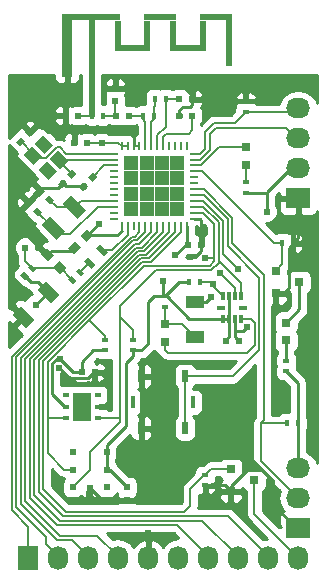
<source format=gbr>
G04 #@! TF.FileFunction,Copper,L1,Top,Signal*
%FSLAX46Y46*%
G04 Gerber Fmt 4.6, Leading zero omitted, Abs format (unit mm)*
G04 Created by KiCad (PCBNEW 0.201503090816+5484~22~ubuntu14.04.1-product) date Sat 30 May 2015 20:17:53 BST*
%MOMM*%
G01*
G04 APERTURE LIST*
%ADD10C,0.100000*%
%ADD11R,0.600000X0.500000*%
%ADD12R,0.500000X0.600000*%
%ADD13R,1.600000X1.000000*%
%ADD14R,0.797560X0.797560*%
%ADD15R,2.032000X1.727200*%
%ADD16O,2.032000X1.727200*%
%ADD17R,0.400000X0.600000*%
%ADD18R,0.600000X0.400000*%
%ADD19R,0.600000X1.000000*%
%ADD20R,0.450000X1.000000*%
%ADD21R,0.250000X0.700000*%
%ADD22R,0.700000X0.250000*%
%ADD23R,1.287500X1.287500*%
%ADD24R,0.800000X0.300000*%
%ADD25R,0.300000X0.800000*%
%ADD26R,1.500000X2.400000*%
%ADD27R,0.800100X0.800100*%
%ADD28R,0.900000X4.900000*%
%ADD29R,5.000000X0.500000*%
%ADD30R,0.500000X4.900000*%
%ADD31R,0.500000X2.640000*%
%ADD32R,2.000000X0.500000*%
%ADD33R,2.700000X0.500000*%
%ADD34R,0.500000X3.940000*%
%ADD35R,1.727200X2.032000*%
%ADD36O,1.727200X2.032000*%
%ADD37C,0.609600*%
%ADD38C,0.254000*%
%ADD39C,0.152400*%
%ADD40C,0.500000*%
G04 APERTURE END LIST*
D10*
G36*
X134790264Y-86725182D02*
X135143818Y-87078736D01*
X134719554Y-87503000D01*
X134366000Y-87149446D01*
X134790264Y-86725182D01*
X134790264Y-86725182D01*
G37*
G36*
X134012446Y-87503000D02*
X134366000Y-87856554D01*
X133941736Y-88280818D01*
X133588182Y-87927264D01*
X134012446Y-87503000D01*
X134012446Y-87503000D01*
G37*
G36*
X137497736Y-91836818D02*
X137144182Y-91483264D01*
X137568446Y-91059000D01*
X137922000Y-91412554D01*
X137497736Y-91836818D01*
X137497736Y-91836818D01*
G37*
G36*
X138275554Y-91059000D02*
X137922000Y-90705446D01*
X138346264Y-90281182D01*
X138699818Y-90634736D01*
X138275554Y-91059000D01*
X138275554Y-91059000D01*
G37*
D11*
X147405000Y-84328000D03*
X148505000Y-84328000D03*
D12*
X141986000Y-84497000D03*
X141986000Y-83397000D03*
D11*
X143171000Y-85725000D03*
X142071000Y-85725000D03*
X138853000Y-85725000D03*
X137753000Y-85725000D03*
D10*
G36*
X140124264Y-90535182D02*
X140477818Y-90888736D01*
X140053554Y-91313000D01*
X139700000Y-90959446D01*
X140124264Y-90535182D01*
X140124264Y-90535182D01*
G37*
G36*
X139346446Y-91313000D02*
X139700000Y-91666554D01*
X139275736Y-92090818D01*
X138922182Y-91737264D01*
X139346446Y-91313000D01*
X139346446Y-91313000D01*
G37*
D11*
X139615000Y-88011000D03*
X138515000Y-88011000D03*
X148505000Y-85725000D03*
X147405000Y-85725000D03*
X148167000Y-96647000D03*
X149267000Y-96647000D03*
D12*
X143002000Y-117179000D03*
X143002000Y-118279000D03*
D11*
X151342000Y-104775000D03*
X152442000Y-104775000D03*
D13*
X148717000Y-104497000D03*
X148717000Y-101497000D03*
D11*
X139150000Y-107442000D03*
X140250000Y-107442000D03*
D10*
G36*
X135239182Y-92031736D02*
X135592736Y-91678182D01*
X136017000Y-92102446D01*
X135663446Y-92456000D01*
X135239182Y-92031736D01*
X135239182Y-92031736D01*
G37*
G36*
X136017000Y-92809554D02*
X136370554Y-92456000D01*
X136794818Y-92880264D01*
X136441264Y-93233818D01*
X136017000Y-92809554D01*
X136017000Y-92809554D01*
G37*
G36*
X134223182Y-93047736D02*
X134576736Y-92694182D01*
X135001000Y-93118446D01*
X134647446Y-93472000D01*
X134223182Y-93047736D01*
X134223182Y-93047736D01*
G37*
G36*
X135001000Y-93825554D02*
X135354554Y-93472000D01*
X135778818Y-93896264D01*
X135425264Y-94249818D01*
X135001000Y-93825554D01*
X135001000Y-93825554D01*
G37*
D14*
X156464000Y-104762300D03*
X156464000Y-103263700D03*
X146177000Y-103390700D03*
X146177000Y-104889300D03*
X153035000Y-89903300D03*
X153035000Y-88404700D03*
D15*
X157480000Y-92710000D03*
D16*
X157480000Y-90170000D03*
X157480000Y-87630000D03*
X157480000Y-85090000D03*
D10*
G36*
X134867487Y-98261249D02*
X135291751Y-98685513D01*
X135008909Y-98968355D01*
X134584645Y-98544091D01*
X134867487Y-98261249D01*
X134867487Y-98261249D01*
G37*
G36*
X134231091Y-98897645D02*
X134655355Y-99321909D01*
X134372513Y-99604751D01*
X133948249Y-99180487D01*
X134231091Y-98897645D01*
X134231091Y-98897645D01*
G37*
D17*
X157422000Y-111760000D03*
X156522000Y-111760000D03*
D18*
X153035000Y-84513000D03*
X153035000Y-85413000D03*
D17*
X156141000Y-96520000D03*
X157041000Y-96520000D03*
D18*
X156464000Y-107384000D03*
X156464000Y-106484000D03*
X143510000Y-105606000D03*
X143510000Y-104706000D03*
X141097000Y-105606000D03*
X141097000Y-104706000D03*
D17*
X148267000Y-99822000D03*
X149167000Y-99822000D03*
D18*
X146177000Y-101023000D03*
X146177000Y-101923000D03*
X149606000Y-116136000D03*
X149606000Y-117036000D03*
X153035000Y-92271000D03*
X153035000Y-91371000D03*
D19*
X144200000Y-107782000D03*
X147900000Y-107782000D03*
X144200000Y-112182000D03*
X147900000Y-112182000D03*
D20*
X143525000Y-109982000D03*
X148575000Y-109982000D03*
D21*
X142538000Y-95094000D03*
X143038000Y-95094000D03*
X143538000Y-95094000D03*
X144038000Y-95094000D03*
X144538000Y-95094000D03*
X145038000Y-95094000D03*
X145538000Y-95094000D03*
X146038000Y-95094000D03*
X146538000Y-95094000D03*
X147038000Y-95094000D03*
X147538000Y-95094000D03*
X148038000Y-95094000D03*
D22*
X148688000Y-94444000D03*
X148688000Y-93944000D03*
X148688000Y-93444000D03*
X148688000Y-92944000D03*
X148688000Y-92444000D03*
X148688000Y-91944000D03*
X148688000Y-91444000D03*
X148688000Y-90944000D03*
X148688000Y-90444000D03*
X148688000Y-89944000D03*
X148688000Y-89444000D03*
X148688000Y-88944000D03*
D21*
X148038000Y-88294000D03*
X147538000Y-88294000D03*
X147038000Y-88294000D03*
X146538000Y-88294000D03*
X146038000Y-88294000D03*
X145538000Y-88294000D03*
X145038000Y-88294000D03*
X144538000Y-88294000D03*
X144038000Y-88294000D03*
X143538000Y-88294000D03*
X143038000Y-88294000D03*
X142538000Y-88294000D03*
D22*
X141888000Y-88944000D03*
X141888000Y-89444000D03*
X141888000Y-89944000D03*
X141888000Y-90444000D03*
X141888000Y-90944000D03*
X141888000Y-91444000D03*
X141888000Y-91944000D03*
X141888000Y-92444000D03*
X141888000Y-92944000D03*
X141888000Y-93444000D03*
X141888000Y-93944000D03*
X141888000Y-94444000D03*
D23*
X147219250Y-89762750D03*
X145931750Y-89762750D03*
X144644250Y-89762750D03*
X143356750Y-89762750D03*
X147219250Y-91050250D03*
X145931750Y-91050250D03*
X144644250Y-91050250D03*
X143356750Y-91050250D03*
X147219250Y-92337750D03*
X145931750Y-92337750D03*
X144644250Y-92337750D03*
X143356750Y-92337750D03*
X147219250Y-93625250D03*
X145931750Y-93625250D03*
X144644250Y-93625250D03*
X143356750Y-93625250D03*
D15*
X157480000Y-120650000D03*
D16*
X157480000Y-118110000D03*
X157480000Y-115570000D03*
D12*
X138377000Y-114197000D03*
X138377000Y-115697000D03*
X138377000Y-117197000D03*
X141277000Y-117197000D03*
X141277000Y-115697000D03*
X141277000Y-114197000D03*
D11*
X139827000Y-117247000D03*
D24*
X152842000Y-101981000D03*
X150942000Y-101981000D03*
D25*
X152642000Y-101031000D03*
X152142000Y-101031000D03*
X151642000Y-101031000D03*
X151142000Y-101031000D03*
X152642000Y-102931000D03*
X152142000Y-102931000D03*
X151642000Y-102931000D03*
X151142000Y-102931000D03*
D26*
X139192000Y-110363000D03*
D18*
X140542000Y-111363000D03*
X140542000Y-110363000D03*
X140542000Y-109363000D03*
X137842000Y-109363000D03*
X137842000Y-110363000D03*
X137842000Y-111363000D03*
D10*
G36*
X134270167Y-89033512D02*
X134977273Y-88326406D01*
X135825801Y-89174934D01*
X135118695Y-89882040D01*
X134270167Y-89033512D01*
X134270167Y-89033512D01*
G37*
G36*
X136462199Y-89387066D02*
X137169305Y-88679960D01*
X138017833Y-89528488D01*
X137310727Y-90235594D01*
X136462199Y-89387066D01*
X136462199Y-89387066D01*
G37*
G36*
X135542960Y-90306305D02*
X136250066Y-89599199D01*
X137098594Y-90447727D01*
X136391488Y-91154833D01*
X135542960Y-90306305D01*
X135542960Y-90306305D01*
G37*
G36*
X135189406Y-88114273D02*
X135896512Y-87407167D01*
X136745040Y-88255695D01*
X136037934Y-88962801D01*
X135189406Y-88114273D01*
X135189406Y-88114273D01*
G37*
G36*
X136501274Y-94254934D02*
X137774066Y-95527726D01*
X137066960Y-96234832D01*
X135794168Y-94962040D01*
X136501274Y-94254934D01*
X136501274Y-94254934D01*
G37*
G36*
X138269040Y-92487168D02*
X139541832Y-93759960D01*
X138834726Y-94467066D01*
X137561934Y-93194274D01*
X138269040Y-92487168D01*
X138269040Y-92487168D01*
G37*
G36*
X136103528Y-99747101D02*
X137234899Y-100878472D01*
X136527792Y-101585579D01*
X135396421Y-100454208D01*
X136103528Y-99747101D01*
X136103528Y-99747101D01*
G37*
G36*
X133982208Y-101868421D02*
X135113579Y-102999792D01*
X134406472Y-103706899D01*
X133275101Y-102575528D01*
X133982208Y-101868421D01*
X133982208Y-101868421D01*
G37*
D27*
X155590240Y-98872000D03*
X155590240Y-100772000D03*
X157589220Y-99822000D03*
X151780240Y-115636000D03*
X151780240Y-117536000D03*
X153779220Y-116586000D03*
D10*
G36*
X139613008Y-95314662D02*
X140143338Y-95844992D01*
X139577652Y-96410678D01*
X139047322Y-95880348D01*
X139613008Y-95314662D01*
X139613008Y-95314662D01*
G37*
G36*
X138552348Y-96375322D02*
X139082678Y-96905652D01*
X138516992Y-97471338D01*
X137986662Y-96941008D01*
X138552348Y-96375322D01*
X138552348Y-96375322D01*
G37*
G36*
X137857338Y-98592008D02*
X137327008Y-99122338D01*
X136761322Y-98556652D01*
X137291652Y-98026322D01*
X137857338Y-98592008D01*
X137857338Y-98592008D01*
G37*
G36*
X136796678Y-97531348D02*
X136266348Y-98061678D01*
X135700662Y-97495992D01*
X136230992Y-96965662D01*
X136796678Y-97531348D01*
X136796678Y-97531348D01*
G37*
D17*
X144330000Y-85725000D03*
X145230000Y-85725000D03*
X145346000Y-84328000D03*
X146246000Y-84328000D03*
X140912000Y-85725000D03*
X140012000Y-85725000D03*
D10*
G36*
X140723909Y-96637695D02*
X141360305Y-97274091D01*
X141006751Y-97627645D01*
X140370355Y-96991249D01*
X140723909Y-96637695D01*
X140723909Y-96637695D01*
G37*
G36*
X139663249Y-97698355D02*
X140299645Y-98334751D01*
X139946091Y-98688305D01*
X139309695Y-98051909D01*
X139663249Y-97698355D01*
X139663249Y-97698355D01*
G37*
G36*
X138931487Y-98642249D02*
X139355751Y-99066513D01*
X139072909Y-99349355D01*
X138648645Y-98925091D01*
X138931487Y-98642249D01*
X138931487Y-98642249D01*
G37*
G36*
X138295091Y-99278645D02*
X138719355Y-99702909D01*
X138436513Y-99985751D01*
X138012249Y-99561487D01*
X138295091Y-99278645D01*
X138295091Y-99278645D01*
G37*
D28*
X137906760Y-79993440D03*
D29*
X139956760Y-77377640D03*
D30*
X140006760Y-80077640D03*
D31*
X142206760Y-78947640D03*
X144706760Y-78947640D03*
D32*
X143456760Y-80017640D03*
D33*
X145806760Y-77377640D03*
X150506760Y-77377640D03*
D31*
X146906760Y-78947640D03*
X149406760Y-78947640D03*
D32*
X148156760Y-80017640D03*
D34*
X151606760Y-79597640D03*
D35*
X134620000Y-123190000D03*
D36*
X137160000Y-123190000D03*
X139700000Y-123190000D03*
X142240000Y-123190000D03*
X144780000Y-123190000D03*
X147320000Y-123190000D03*
X149860000Y-123190000D03*
X152400000Y-123190000D03*
X154940000Y-123190000D03*
X157480000Y-123190000D03*
D37*
X143764000Y-86868000D03*
X151384000Y-84455000D03*
X148336000Y-97663000D03*
X150114000Y-101092000D03*
X153162000Y-103632000D03*
X155575000Y-101981000D03*
X134747000Y-91186000D03*
X144780000Y-121031000D03*
X139573000Y-118364000D03*
X137236210Y-107074395D03*
X134112000Y-85344000D03*
X135128000Y-83312000D03*
X136271000Y-84836000D03*
X138557000Y-83693000D03*
X143764000Y-83439000D03*
X149733000Y-83058000D03*
X147066000Y-97536000D03*
X146050000Y-99695000D03*
X154813000Y-93853000D03*
X140589000Y-94869000D03*
X135255000Y-101727000D03*
X137287000Y-106299000D03*
X140843000Y-88011000D03*
X134366002Y-96901000D03*
X149606000Y-97790000D03*
X150876000Y-99060000D03*
X150241000Y-99949000D03*
X152400000Y-98679000D03*
D38*
X137787091Y-91701909D02*
X137533091Y-91447909D01*
X139311091Y-91701909D02*
X137787091Y-91701909D01*
X137160000Y-91821000D02*
X135874182Y-91821000D01*
X135874182Y-91821000D02*
X135628091Y-92067091D01*
X137533091Y-91447909D02*
X137160000Y-91821000D01*
D39*
X138303000Y-97155000D02*
X138534670Y-96923330D01*
D38*
X136607340Y-97155000D02*
X138303000Y-97155000D01*
X136248670Y-97513670D02*
X136607340Y-97155000D01*
X138515000Y-87418000D02*
X138811000Y-87122000D01*
D39*
X143002000Y-87122000D02*
X143129000Y-87122000D01*
D38*
X139065000Y-87122000D02*
X143002000Y-87122000D01*
D39*
X138811000Y-87122000D02*
X139065000Y-87122000D01*
D38*
X143129000Y-87122000D02*
X143538000Y-87531000D01*
X143538000Y-87531000D02*
X143538000Y-88294000D01*
X138515000Y-88011000D02*
X138515000Y-87418000D01*
D39*
X143538000Y-88294000D02*
X144038000Y-88294000D01*
D38*
X136271000Y-87122000D02*
X135763000Y-86614000D01*
X135763000Y-86614000D02*
X135255000Y-86614000D01*
X135255000Y-86614000D02*
X134754909Y-87114091D01*
X138176000Y-87122000D02*
X136271000Y-87122000D01*
X139065000Y-87122000D02*
X138176000Y-87122000D01*
X137753000Y-86699000D02*
X138176000Y-87122000D01*
X137753000Y-85725000D02*
X137753000Y-86699000D01*
X143510000Y-87122000D02*
X143002000Y-87122000D01*
X143510000Y-87122000D02*
X143764000Y-86868000D01*
X153035000Y-84513000D02*
X151442000Y-84513000D01*
X151384000Y-84455000D02*
X151442000Y-84513000D01*
D39*
X151257000Y-84328000D02*
X151384000Y-84455000D01*
D38*
X148505000Y-84328000D02*
X151257000Y-84328000D01*
X148505000Y-84794000D02*
X148336000Y-84963000D01*
X148336000Y-84963000D02*
X147701000Y-84963000D01*
X147701000Y-84963000D02*
X147405000Y-85259000D01*
X147405000Y-85259000D02*
X147405000Y-85725000D01*
X148505000Y-84328000D02*
X148505000Y-84794000D01*
X147913000Y-83397000D02*
X148505000Y-83989000D01*
X148505000Y-83989000D02*
X148505000Y-84328000D01*
X143764000Y-83397000D02*
X147913000Y-83397000D01*
X141986000Y-83397000D02*
X143764000Y-83397000D01*
X149267000Y-96647000D02*
X149267000Y-94530000D01*
X149181000Y-94444000D02*
X148688000Y-94444000D01*
X149267000Y-94530000D02*
X149181000Y-94444000D01*
X157480000Y-96081000D02*
X157041000Y-96520000D01*
X157480000Y-92710000D02*
X157480000Y-96081000D01*
X149267000Y-97151000D02*
X148755000Y-97663000D01*
X149267000Y-96647000D02*
X149267000Y-97151000D01*
X148755000Y-97663000D02*
X148336000Y-97663000D01*
X149709000Y-101497000D02*
X150114000Y-101092000D01*
X148717000Y-101497000D02*
X149709000Y-101497000D01*
X152142000Y-104475000D02*
X152442000Y-104775000D01*
X152824757Y-103969243D02*
X153162000Y-103632000D01*
X152142000Y-103969243D02*
X152824757Y-103969243D01*
X152142000Y-102931000D02*
X152142000Y-103969243D01*
X152142000Y-103969243D02*
X152142000Y-104475000D01*
X156244290Y-100772000D02*
X155590240Y-100772000D01*
X156718000Y-100298290D02*
X156244290Y-100772000D01*
X156718000Y-96943000D02*
X156718000Y-100298290D01*
X157041000Y-96620000D02*
X156718000Y-96943000D01*
X157041000Y-96520000D02*
X157041000Y-96620000D01*
X155590240Y-101965760D02*
X155575000Y-101981000D01*
X155590240Y-100772000D02*
X155590240Y-101965760D01*
X135628091Y-92067091D02*
X134612091Y-93083091D01*
X133694341Y-102287661D02*
X134194340Y-102787660D01*
X133350000Y-101943320D02*
X133694341Y-102287661D01*
X133350000Y-94345182D02*
X133350000Y-101943320D01*
X134612091Y-93083091D02*
X133350000Y-94345182D01*
X133350000Y-94615000D02*
X136248670Y-97513670D01*
X133350000Y-94345182D02*
X133350000Y-94615000D01*
X135628091Y-92067091D02*
X134747000Y-91186000D01*
X140970000Y-110363000D02*
X140542000Y-110363000D01*
X141351000Y-109982000D02*
X140970000Y-110363000D01*
X141351000Y-108077000D02*
X141351000Y-109982000D01*
X140716000Y-107442000D02*
X141351000Y-108077000D01*
X140250000Y-107442000D02*
X140716000Y-107442000D01*
X144200000Y-107782000D02*
X144200000Y-112182000D01*
X142498000Y-118279000D02*
X143002000Y-118279000D01*
X140909000Y-118279000D02*
X142498000Y-118279000D01*
X139877000Y-117247000D02*
X140909000Y-118279000D01*
X139827000Y-117247000D02*
X139877000Y-117247000D01*
X151280240Y-117036000D02*
X151780240Y-117536000D01*
X149606000Y-117036000D02*
X151280240Y-117036000D01*
X157327600Y-120650000D02*
X157480000Y-120650000D01*
X155321000Y-116586000D02*
X155321000Y-118643400D01*
X153162000Y-115697000D02*
X154432000Y-115697000D01*
X151780240Y-117078760D02*
X153162000Y-115697000D01*
X155321000Y-118643400D02*
X157327600Y-120650000D01*
X151780240Y-117536000D02*
X151780240Y-117078760D01*
X144780000Y-123190000D02*
X144780000Y-122809000D01*
X144754000Y-112182000D02*
X144200000Y-112182000D01*
X147253000Y-114681000D02*
X144754000Y-112182000D01*
X154956580Y-116221580D02*
X153416000Y-114681000D01*
X154432000Y-115697000D02*
X154956580Y-116221580D01*
X154956580Y-116221580D02*
X155321000Y-116586000D01*
X147104000Y-114681000D02*
X147876641Y-114681000D01*
X143506000Y-118279000D02*
X147104000Y-114681000D01*
X147876641Y-114681000D02*
X147253000Y-114681000D01*
X143002000Y-118279000D02*
X143506000Y-118279000D01*
X153416000Y-114681000D02*
X147876641Y-114681000D01*
X144780000Y-123190000D02*
X144780000Y-121031000D01*
X139573000Y-117501000D02*
X139827000Y-117247000D01*
X139573000Y-118364000D02*
X139573000Y-117501000D01*
X138133216Y-107971401D02*
X137236210Y-107074395D01*
X139670599Y-107971401D02*
X138133216Y-107971401D01*
X140200000Y-107442000D02*
X139670599Y-107971401D01*
X140250000Y-107442000D02*
X140200000Y-107442000D01*
X137720760Y-80363640D02*
X137906760Y-80177640D01*
X143764000Y-83439000D02*
X143764000Y-83397000D01*
X143764000Y-83397000D02*
X143764000Y-83439000D01*
X143764000Y-83439000D02*
X143764000Y-83397000D01*
X134112000Y-85344000D02*
X135128000Y-84328000D01*
X135128000Y-84328000D02*
X135128000Y-83312000D01*
X136271000Y-84836000D02*
X137414000Y-83693000D01*
X137414000Y-83693000D02*
X138557000Y-83693000D01*
X149987000Y-83058000D02*
X149733000Y-83058000D01*
X151384000Y-84455000D02*
X149987000Y-83058000D01*
D40*
X137750460Y-80249740D02*
X137906760Y-80093440D01*
D38*
X137909300Y-85568700D02*
X137753000Y-85725000D01*
X137906760Y-80093440D02*
X137909300Y-85568700D01*
X156464000Y-107384000D02*
X157422000Y-108342000D01*
X157422000Y-108342000D02*
X157422000Y-111760000D01*
X146177000Y-101023000D02*
X145230000Y-101023000D01*
X144203000Y-105606000D02*
X143510000Y-105606000D01*
X144780000Y-105029000D02*
X144203000Y-105606000D01*
X144780000Y-101473000D02*
X144780000Y-105029000D01*
X145230000Y-101023000D02*
X144780000Y-101473000D01*
X139150000Y-107442000D02*
X139150000Y-106595000D01*
X140139000Y-105606000D02*
X141097000Y-105606000D01*
X139150000Y-106595000D02*
X140139000Y-105606000D01*
X157422000Y-111760000D02*
X157422000Y-115512000D01*
D39*
X157422000Y-115512000D02*
X157480000Y-115570000D01*
D38*
X146177000Y-101023000D02*
X147378000Y-99822000D01*
X147378000Y-99822000D02*
X148267000Y-99822000D01*
D39*
X146177000Y-101023000D02*
X146362000Y-101023000D01*
D38*
X146362000Y-101023000D02*
X148270000Y-102931000D01*
X148270000Y-102931000D02*
X151642000Y-102931000D01*
D39*
X151142000Y-102931000D02*
X151642000Y-102931000D01*
X151342000Y-104775000D02*
X151642000Y-104475000D01*
D38*
X151642000Y-104475000D02*
X151642000Y-101031000D01*
X142135330Y-95862670D02*
X142538000Y-95460000D01*
D39*
X142538000Y-95460000D02*
X142538000Y-95094000D01*
D38*
X139595330Y-95862670D02*
X142135330Y-95862670D01*
X148038000Y-96518000D02*
X148167000Y-96647000D01*
X148038000Y-95094000D02*
X148038000Y-96518000D01*
X147955000Y-96647000D02*
X147066000Y-97536000D01*
X148167000Y-96647000D02*
X147955000Y-96647000D01*
X146050000Y-100896000D02*
X146177000Y-101023000D01*
X146050000Y-99695000D02*
X146050000Y-100896000D01*
X154813000Y-92271000D02*
X153035000Y-92271000D01*
X154813000Y-93853000D02*
X154813000Y-92271000D01*
X156845000Y-90170000D02*
X157480000Y-90170000D01*
X154813000Y-92202000D02*
X156845000Y-90170000D01*
X154813000Y-93853000D02*
X154813000Y-92202000D01*
X139595330Y-95862670D02*
X140589000Y-94869000D01*
X135471320Y-99822000D02*
X136315660Y-100666340D01*
X134872604Y-99822000D02*
X135471320Y-99822000D01*
X134301802Y-99251198D02*
X134872604Y-99822000D01*
X136315660Y-100666340D02*
X135255000Y-101727000D01*
X141277000Y-114197000D02*
X141277000Y-115697000D01*
X141520000Y-115697000D02*
X143002000Y-117179000D01*
X141277000Y-115697000D02*
X141520000Y-115697000D01*
X142875000Y-112045000D02*
X141277000Y-113643000D01*
X142875000Y-106695000D02*
X142875000Y-112045000D01*
X143510000Y-106060000D02*
X142875000Y-106695000D01*
X141277000Y-113643000D02*
X141277000Y-114197000D01*
X143510000Y-105606000D02*
X143510000Y-106060000D01*
X137591799Y-106603799D02*
X137287000Y-106299000D01*
X139150000Y-107442000D02*
X138430000Y-107442000D01*
X138430000Y-107442000D02*
X137591799Y-106603799D01*
X137033000Y-106299000D02*
X137287000Y-106299000D01*
X136652000Y-106680000D02*
X137033000Y-106299000D01*
X136652000Y-109273000D02*
X136652000Y-106680000D01*
X137742000Y-110363000D02*
X136652000Y-109273000D01*
X137842000Y-110363000D02*
X137742000Y-110363000D01*
D39*
X135224761Y-89281000D02*
X135047984Y-89104223D01*
X135224761Y-89281000D02*
X135047984Y-89104223D01*
X137839000Y-88944000D02*
X137287000Y-88392000D01*
X137287000Y-88392000D02*
X137033000Y-88392000D01*
X137033000Y-88392000D02*
X136144000Y-89281000D01*
X136144000Y-89281000D02*
X135224761Y-89281000D01*
X141888000Y-88944000D02*
X137839000Y-88944000D01*
X135047984Y-88962802D02*
X133977091Y-87891909D01*
X135047984Y-89104223D02*
X135047984Y-88962802D01*
X137253793Y-89444000D02*
X137240016Y-89457777D01*
X141888000Y-89444000D02*
X137253793Y-89444000D01*
X137240016Y-89599198D02*
X138310909Y-90670091D01*
X137240016Y-89457777D02*
X137240016Y-89599198D01*
X146246000Y-86672000D02*
X145538000Y-87380000D01*
X145538000Y-87380000D02*
X145538000Y-88294000D01*
X146246000Y-84328000D02*
X146246000Y-86672000D01*
X146246000Y-84328000D02*
X147405000Y-84328000D01*
X140912000Y-85725000D02*
X142071000Y-85725000D01*
X141986000Y-84497000D02*
X141986000Y-85640000D01*
X141986000Y-85640000D02*
X142071000Y-85725000D01*
X144330000Y-85725000D02*
X143171000Y-85725000D01*
X144538000Y-86245000D02*
X144330000Y-86037000D01*
X144330000Y-86037000D02*
X144330000Y-85725000D01*
X144538000Y-88294000D02*
X144538000Y-86245000D01*
D40*
X140006760Y-80177640D02*
X140006760Y-85719760D01*
D39*
X140006760Y-85719760D02*
X140012000Y-85725000D01*
X138853000Y-85725000D02*
X140012000Y-85725000D01*
X139979760Y-80445640D02*
X140006760Y-80418640D01*
D40*
X140009460Y-80180340D02*
X140006760Y-80177640D01*
D39*
X141069000Y-89944000D02*
X141888000Y-89944000D01*
X140088909Y-90924091D02*
X141069000Y-89944000D01*
X142538000Y-88294000D02*
X143038000Y-88294000D01*
X142255000Y-88011000D02*
X142538000Y-88294000D01*
X137309330Y-98575726D02*
X138365802Y-99632198D01*
X137309330Y-98574330D02*
X137309330Y-98575726D01*
X141478000Y-88011000D02*
X142255000Y-88011000D01*
X140843000Y-88011000D02*
X141478000Y-88011000D01*
X139615000Y-88011000D02*
X140843000Y-88011000D01*
X134366002Y-98042606D02*
X134938198Y-98614802D01*
X134366002Y-96901000D02*
X134366002Y-98042606D01*
X137268858Y-98614802D02*
X137309330Y-98574330D01*
X134938198Y-98614802D02*
X137268858Y-98614802D01*
X148505000Y-86953000D02*
X148209000Y-87249000D01*
X148209000Y-87249000D02*
X146304000Y-87249000D01*
X146304000Y-87249000D02*
X146038000Y-87515000D01*
X146038000Y-87515000D02*
X146038000Y-88294000D01*
X148505000Y-85725000D02*
X148505000Y-86953000D01*
X146177000Y-103390700D02*
X146177000Y-101923000D01*
X146177000Y-103390700D02*
X147610700Y-103390700D01*
X147610700Y-103390700D02*
X148717000Y-104497000D01*
X137038117Y-93477117D02*
X138551883Y-93477117D01*
X136405909Y-92844909D02*
X137038117Y-93477117D01*
X139085000Y-92944000D02*
X141888000Y-92944000D01*
X138551883Y-93477117D02*
X139085000Y-92944000D01*
X136773883Y-95244883D02*
X136784117Y-95244883D01*
X135389909Y-93860909D02*
X136773883Y-95244883D01*
X140490000Y-93444000D02*
X141888000Y-93444000D01*
X138189118Y-95744882D02*
X140490000Y-93444000D01*
X137284116Y-95744882D02*
X138189118Y-95744882D01*
X136784117Y-95244883D02*
X137284116Y-95744882D01*
D38*
X156464000Y-104762300D02*
X156464000Y-106484000D01*
X157589220Y-99822000D02*
X157589220Y-102138480D01*
X157589220Y-102138480D02*
X156464000Y-103263700D01*
D39*
X153477000Y-102931000D02*
X152642000Y-102931000D01*
X153797000Y-105156000D02*
X153797000Y-103251000D01*
X153797000Y-103251000D02*
X153477000Y-102931000D01*
X153162000Y-105791000D02*
X153797000Y-105156000D01*
X146431000Y-105791000D02*
X153162000Y-105791000D01*
X146177000Y-105537000D02*
X146431000Y-105791000D01*
X146177000Y-104889300D02*
X146177000Y-105537000D01*
X153035000Y-89903300D02*
X153035000Y-91371000D01*
X148688000Y-89944000D02*
X148716000Y-89916000D01*
X148716000Y-89916000D02*
X149225000Y-89916000D01*
X149225000Y-89916000D02*
X150749000Y-88392000D01*
X150749000Y-88392000D02*
X153022300Y-88392000D01*
X153022300Y-88392000D02*
X153035000Y-88404700D01*
X145230000Y-85725000D02*
X145230000Y-85021000D01*
X145346000Y-84905000D02*
X145346000Y-84328000D01*
X145230000Y-85021000D02*
X145346000Y-84905000D01*
X145038000Y-86229000D02*
X145230000Y-86037000D01*
X145230000Y-86037000D02*
X145230000Y-85725000D01*
X145038000Y-88294000D02*
X145038000Y-86229000D01*
X143038000Y-95849000D02*
X143038000Y-95094000D01*
X141754330Y-97132670D02*
X143038000Y-95849000D01*
X140865330Y-97132670D02*
X141754330Y-97132670D01*
X139002198Y-98995802D02*
X139804670Y-98193330D01*
X157607000Y-87884000D02*
X156464000Y-86741000D01*
X149189000Y-89444000D02*
X148688000Y-89444000D01*
X149987000Y-88646000D02*
X149189000Y-89444000D01*
X149987000Y-87249000D02*
X149987000Y-88646000D01*
X150495000Y-86741000D02*
X149987000Y-87249000D01*
X156464000Y-86741000D02*
X150495000Y-86741000D01*
X150368000Y-86360000D02*
X152088000Y-86360000D01*
X148688000Y-88944000D02*
X149181000Y-88944000D01*
X149606000Y-88519000D02*
X149181000Y-88944000D01*
X149606000Y-87122000D02*
X149606000Y-88519000D01*
X150368000Y-86360000D02*
X149606000Y-87122000D01*
X152088000Y-86360000D02*
X153035000Y-85413000D01*
X153035000Y-85413000D02*
X157157000Y-85413000D01*
X157157000Y-85413000D02*
X157480000Y-85090000D01*
X144538000Y-95094000D02*
X144538000Y-95596400D01*
X144538000Y-95596400D02*
X143843064Y-96291336D01*
X143843064Y-96291336D02*
X143515202Y-96291336D01*
X136144000Y-122021600D02*
X137160000Y-123037600D01*
X133604000Y-118872000D02*
X136144000Y-121412000D01*
X143515202Y-96291336D02*
X133604000Y-106202538D01*
X136144000Y-121412000D02*
X136144000Y-122021600D01*
X133604000Y-106202538D02*
X133604000Y-118872000D01*
X137160000Y-123037600D02*
X137160000Y-123190000D01*
X145038000Y-95094000D02*
X145038000Y-95596400D01*
X139700000Y-123037600D02*
X139700000Y-123190000D01*
X133985000Y-118618000D02*
X137033000Y-121666000D01*
X143641459Y-96596145D02*
X133985000Y-106252604D01*
X137033000Y-121666000D02*
X138328400Y-121666000D01*
X145038000Y-95596400D02*
X144038256Y-96596144D01*
X133985000Y-106252604D02*
X133985000Y-118618000D01*
X144038256Y-96596144D02*
X143641459Y-96596145D01*
X138328400Y-121666000D02*
X139700000Y-123037600D01*
X134366000Y-118364000D02*
X137287000Y-121285000D01*
X142240000Y-123037600D02*
X142240000Y-123190000D01*
X145538000Y-95094000D02*
X145538000Y-95596400D01*
X144233446Y-96900954D02*
X143767716Y-96900954D01*
X143767716Y-96900954D02*
X134366000Y-106302670D01*
X137287000Y-121285000D02*
X140487400Y-121285000D01*
X134366000Y-106302670D02*
X134366000Y-118364000D01*
X145538000Y-95596400D02*
X144233446Y-96900954D01*
X140487400Y-121285000D02*
X142240000Y-123037600D01*
X147218400Y-120396000D02*
X149860000Y-123037600D01*
X143893973Y-97205763D02*
X134747000Y-106352736D01*
X146038000Y-95596400D02*
X144428638Y-97205762D01*
X144428638Y-97205762D02*
X143893973Y-97205763D01*
X146038000Y-95094000D02*
X146038000Y-95596400D01*
X149860000Y-123037600D02*
X149860000Y-123190000D01*
X134747000Y-106352736D02*
X134747000Y-118110000D01*
X134747000Y-118110000D02*
X137033000Y-120396000D01*
X137033000Y-120396000D02*
X147218400Y-120396000D01*
X146538000Y-95596400D02*
X144623828Y-97510572D01*
X135128000Y-117856000D02*
X137287000Y-120015000D01*
X146538000Y-95094000D02*
X146538000Y-95596400D01*
X135128000Y-106402802D02*
X135128000Y-117856000D01*
X144020230Y-97510572D02*
X135128000Y-106402802D01*
X149377400Y-120015000D02*
X152400000Y-123037600D01*
X137287000Y-120015000D02*
X149377400Y-120015000D01*
X144623828Y-97510572D02*
X144020230Y-97510572D01*
X152400000Y-123037600D02*
X152400000Y-123190000D01*
X156522000Y-111760000D02*
X154305000Y-111760000D01*
X154305000Y-114935000D02*
X157480000Y-118110000D01*
X154305000Y-111760000D02*
X154305000Y-114935000D01*
X156649000Y-118110000D02*
X157480000Y-118110000D01*
X151892000Y-94361000D02*
X151892000Y-96520000D01*
X148688000Y-91944000D02*
X149475000Y-91944000D01*
X154559000Y-111506000D02*
X154305000Y-111760000D01*
X149475000Y-91944000D02*
X151892000Y-94361000D01*
X151892000Y-96520000D02*
X154559000Y-99187000D01*
X154559000Y-99187000D02*
X154559000Y-111506000D01*
X156141000Y-96520000D02*
X156141000Y-98321240D01*
X156141000Y-98321240D02*
X155590240Y-98872000D01*
X148688000Y-90444000D02*
X148708000Y-90424000D01*
X148708000Y-90424000D02*
X149352000Y-90424000D01*
X149352000Y-90424000D02*
X155448000Y-96520000D01*
X155448000Y-96520000D02*
X156141000Y-96520000D01*
X143510000Y-104706000D02*
X143510000Y-103886000D01*
X143510000Y-103886000D02*
X142367000Y-102743000D01*
X152642000Y-101031000D02*
X152642000Y-99937000D01*
X152642000Y-99937000D02*
X150749000Y-98044000D01*
X140589000Y-113411000D02*
X139827000Y-114173000D01*
X140589000Y-113411000D02*
X142367000Y-111633000D01*
X142367000Y-111252000D02*
X142367000Y-111633000D01*
X139827000Y-115747000D02*
X138377000Y-117197000D01*
X139827000Y-114173000D02*
X139827000Y-115747000D01*
X140542000Y-111363000D02*
X142367000Y-111363000D01*
X142367000Y-111363000D02*
X142367000Y-111252000D01*
X142367000Y-111252000D02*
X142367000Y-109347000D01*
X145415000Y-98806000D02*
X142367000Y-101854000D01*
X149451000Y-93444000D02*
X150749000Y-94742000D01*
X150749000Y-94742000D02*
X150749000Y-98044000D01*
X150749000Y-98044000D02*
X150749000Y-98171000D01*
X150749000Y-98171000D02*
X150114000Y-98806000D01*
X150114000Y-98806000D02*
X145415000Y-98806000D01*
X148688000Y-93444000D02*
X149451000Y-93444000D01*
X142367000Y-108585000D02*
X142367000Y-109347000D01*
X142367000Y-109347000D02*
X142367000Y-109538000D01*
X142367000Y-108585000D02*
X142367000Y-108585000D01*
X142367000Y-101854000D02*
X142367000Y-102743000D01*
X142367000Y-102743000D02*
X142367000Y-108585000D01*
X152142000Y-101031000D02*
X152142000Y-100326000D01*
X149606000Y-97790000D02*
X150368000Y-97790000D01*
X152142000Y-100326000D02*
X150876000Y-99060000D01*
X152146000Y-101027000D02*
X152142000Y-101031000D01*
X136271000Y-113665000D02*
X136271000Y-114300000D01*
X136271000Y-111379000D02*
X136271000Y-113665000D01*
X137668000Y-115697000D02*
X138377000Y-115697000D01*
X136271000Y-114300000D02*
X137668000Y-115697000D01*
X136271000Y-111363000D02*
X136271000Y-111379000D01*
X150368000Y-94869000D02*
X150368000Y-97790000D01*
X148688000Y-93944000D02*
X149443000Y-93944000D01*
X149443000Y-93944000D02*
X150368000Y-94869000D01*
X149987000Y-98425000D02*
X150368000Y-98044000D01*
X144399000Y-98425000D02*
X149987000Y-98425000D01*
X150368000Y-97917000D02*
X150368000Y-97790000D01*
X136271000Y-111379000D02*
X136271000Y-106553000D01*
X150368000Y-98044000D02*
X150368000Y-97917000D01*
X136287000Y-111363000D02*
X136271000Y-111379000D01*
X137842000Y-111363000D02*
X136287000Y-111363000D01*
X139790672Y-103047272D02*
X139790672Y-103033328D01*
X141097000Y-104353600D02*
X139790672Y-103047272D01*
X141097000Y-104706000D02*
X141097000Y-104353600D01*
X139790672Y-103033328D02*
X144399000Y-98425000D01*
X136271000Y-106553000D02*
X139790672Y-103033328D01*
X148688000Y-92944000D02*
X149459000Y-92944000D01*
X150241000Y-100130000D02*
X151142000Y-101031000D01*
X150241000Y-99949000D02*
X150241000Y-100130000D01*
X151130000Y-97409000D02*
X152400000Y-98679000D01*
X151130000Y-94615000D02*
X151130000Y-97409000D01*
X149459000Y-92944000D02*
X151130000Y-94615000D01*
X150114000Y-99822000D02*
X150241000Y-99949000D01*
X149167000Y-99822000D02*
X150114000Y-99822000D01*
X149606000Y-116136000D02*
X150106000Y-115636000D01*
X150106000Y-115636000D02*
X151780240Y-115636000D01*
X135890000Y-106502934D02*
X135890000Y-117348000D01*
X137795000Y-119253000D02*
X147828000Y-119253000D01*
X147538000Y-95094000D02*
X147538000Y-95596400D01*
X147538000Y-95596400D02*
X145014210Y-98120190D01*
X145014210Y-98120190D02*
X144272744Y-98120190D01*
X144272744Y-98120190D02*
X135890000Y-106502934D01*
X135890000Y-117348000D02*
X137795000Y-119253000D01*
X148336000Y-118745000D02*
X148336000Y-117306000D01*
X149506000Y-116136000D02*
X149606000Y-116136000D01*
X147828000Y-119253000D02*
X148336000Y-118745000D01*
X148336000Y-117306000D02*
X149506000Y-116136000D01*
X147900000Y-107782000D02*
X147900000Y-112182000D01*
X154178000Y-99441000D02*
X154178000Y-105537000D01*
X151933000Y-107782000D02*
X147900000Y-107782000D01*
X154178000Y-105537000D02*
X151933000Y-107782000D01*
X151511000Y-96774000D02*
X154178000Y-99441000D01*
X151511000Y-94488000D02*
X151511000Y-96774000D01*
X149467000Y-92444000D02*
X151511000Y-94488000D01*
X148688000Y-92444000D02*
X149467000Y-92444000D01*
X151536400Y-119634000D02*
X154940000Y-123037600D01*
X135509000Y-106452868D02*
X135509000Y-117602000D01*
X147038000Y-95094000D02*
X147038000Y-95596400D01*
X147038000Y-95596400D02*
X144819020Y-97815380D01*
X144819020Y-97815380D02*
X144146487Y-97815381D01*
X144146487Y-97815381D02*
X135509000Y-106452868D01*
X135509000Y-117602000D02*
X137541000Y-119634000D01*
X154940000Y-123037600D02*
X154940000Y-123190000D01*
X137541000Y-119634000D02*
X151536400Y-119634000D01*
X134620000Y-120523000D02*
X134620000Y-122021600D01*
X133223000Y-119126000D02*
X134620000Y-120523000D01*
X144038000Y-95596400D02*
X143647873Y-95986527D01*
X133223000Y-106152472D02*
X133223000Y-119126000D01*
X144038000Y-95094000D02*
X144038000Y-95596400D01*
X143647873Y-95986527D02*
X143388945Y-95986527D01*
X143388945Y-95986527D02*
X133223000Y-106152472D01*
X134620000Y-122021600D02*
X134620000Y-123190000D01*
X156311600Y-122021600D02*
X157480000Y-123190000D01*
X153779220Y-119489220D02*
X156311600Y-122021600D01*
X153779220Y-116586000D02*
X153779220Y-119489220D01*
D38*
G36*
X136442417Y-97527812D02*
X136262812Y-97707417D01*
X136248670Y-97693275D01*
X136234527Y-97707417D01*
X136054922Y-97527812D01*
X136069065Y-97513670D01*
X135539265Y-96983870D01*
X135314759Y-96983870D01*
X135305722Y-96992906D01*
X135305965Y-96714882D01*
X135163190Y-96369341D01*
X134899051Y-96104741D01*
X134553760Y-95961363D01*
X134179884Y-95961037D01*
X133834343Y-96103812D01*
X133569743Y-96367951D01*
X133426365Y-96713242D01*
X133426039Y-97087118D01*
X133568814Y-97432659D01*
X133654802Y-97518797D01*
X133654802Y-98042606D01*
X133708939Y-98314771D01*
X133786585Y-98430976D01*
X133773282Y-98439836D01*
X133490440Y-98722678D01*
X133352451Y-98927103D01*
X133300821Y-99176424D01*
X133349318Y-99426374D01*
X133490440Y-99638296D01*
X133914704Y-100062560D01*
X134119129Y-100200549D01*
X134187728Y-100214754D01*
X134333789Y-100360815D01*
X134580999Y-100525996D01*
X134581000Y-100525996D01*
X134771044Y-100563798D01*
X134797490Y-100700095D01*
X134901453Y-100856217D01*
X134723341Y-100929812D01*
X134458741Y-101193951D01*
X134384516Y-101372703D01*
X134341906Y-101330094D01*
X134108517Y-101233421D01*
X133855898Y-101233422D01*
X133622509Y-101330094D01*
X133381698Y-101570906D01*
X133381698Y-101795412D01*
X134194340Y-102608055D01*
X134208482Y-102593912D01*
X134388087Y-102773517D01*
X134373945Y-102787660D01*
X134388087Y-102801802D01*
X134208482Y-102981407D01*
X134194340Y-102967265D01*
X133593830Y-103567776D01*
X133593830Y-103792282D01*
X133868145Y-104066598D01*
X134046774Y-104245226D01*
X134101704Y-104267979D01*
X133019000Y-105350683D01*
X133019000Y-103217452D01*
X133189718Y-103388170D01*
X133414224Y-103388170D01*
X134014735Y-102787660D01*
X133202092Y-101975018D01*
X133019000Y-101975018D01*
X133019000Y-88217824D01*
X133130373Y-88385073D01*
X133483927Y-88738627D01*
X133658553Y-88856501D01*
X133622739Y-89029449D01*
X133671236Y-89279399D01*
X133812358Y-89491321D01*
X134660886Y-90339849D01*
X134865311Y-90477838D01*
X134932293Y-90491708D01*
X134944029Y-90552192D01*
X135085151Y-90764114D01*
X135394155Y-91073118D01*
X135233038Y-91139855D01*
X135054409Y-91318483D01*
X135167588Y-91205305D01*
X135167588Y-91429811D01*
X135626677Y-91888900D01*
X135642233Y-91873343D01*
X135821838Y-92052948D01*
X135806282Y-92068505D01*
X135820424Y-92082647D01*
X135643647Y-92259424D01*
X135629505Y-92245282D01*
X135449900Y-92424887D01*
X135449900Y-92065677D01*
X134990811Y-91606588D01*
X134766305Y-91606588D01*
X134879483Y-91493409D01*
X134700855Y-91672038D01*
X134604182Y-91905427D01*
X134604182Y-92059182D01*
X134450427Y-92059182D01*
X134217038Y-92155855D01*
X134038409Y-92334483D01*
X134151588Y-92221305D01*
X134151588Y-92445811D01*
X134610677Y-92904900D01*
X135024752Y-92490825D01*
X135035825Y-92479752D01*
X135449900Y-92065677D01*
X135449900Y-92424887D01*
X135215430Y-92659357D01*
X135204357Y-92670430D01*
X134790282Y-93084505D01*
X134804424Y-93098647D01*
X134627647Y-93275424D01*
X134613505Y-93261282D01*
X134433900Y-93440887D01*
X134433900Y-93081677D01*
X133974811Y-92622588D01*
X133750305Y-92622588D01*
X133863483Y-92509409D01*
X133684855Y-92688038D01*
X133588182Y-92921427D01*
X133588183Y-93174045D01*
X133684856Y-93407435D01*
X133784246Y-93506825D01*
X134008752Y-93506825D01*
X134433900Y-93081677D01*
X134433900Y-93440887D01*
X134188357Y-93686430D01*
X134188357Y-93910936D01*
X134287747Y-94010326D01*
X134399165Y-94056476D01*
X134402069Y-94071441D01*
X134543191Y-94283363D01*
X134967455Y-94707627D01*
X135170237Y-94844507D01*
X135146740Y-94957977D01*
X135195237Y-95207927D01*
X135336359Y-95419849D01*
X136247172Y-96330662D01*
X136104683Y-96330662D01*
X135871294Y-96427335D01*
X135718870Y-96579759D01*
X135718870Y-96804265D01*
X136248670Y-97334065D01*
X136262812Y-97319922D01*
X136442417Y-97499527D01*
X136428275Y-97513670D01*
X136442417Y-97527812D01*
X136442417Y-97527812D01*
G37*
X136442417Y-97527812D02*
X136262812Y-97707417D01*
X136248670Y-97693275D01*
X136234527Y-97707417D01*
X136054922Y-97527812D01*
X136069065Y-97513670D01*
X135539265Y-96983870D01*
X135314759Y-96983870D01*
X135305722Y-96992906D01*
X135305965Y-96714882D01*
X135163190Y-96369341D01*
X134899051Y-96104741D01*
X134553760Y-95961363D01*
X134179884Y-95961037D01*
X133834343Y-96103812D01*
X133569743Y-96367951D01*
X133426365Y-96713242D01*
X133426039Y-97087118D01*
X133568814Y-97432659D01*
X133654802Y-97518797D01*
X133654802Y-98042606D01*
X133708939Y-98314771D01*
X133786585Y-98430976D01*
X133773282Y-98439836D01*
X133490440Y-98722678D01*
X133352451Y-98927103D01*
X133300821Y-99176424D01*
X133349318Y-99426374D01*
X133490440Y-99638296D01*
X133914704Y-100062560D01*
X134119129Y-100200549D01*
X134187728Y-100214754D01*
X134333789Y-100360815D01*
X134580999Y-100525996D01*
X134581000Y-100525996D01*
X134771044Y-100563798D01*
X134797490Y-100700095D01*
X134901453Y-100856217D01*
X134723341Y-100929812D01*
X134458741Y-101193951D01*
X134384516Y-101372703D01*
X134341906Y-101330094D01*
X134108517Y-101233421D01*
X133855898Y-101233422D01*
X133622509Y-101330094D01*
X133381698Y-101570906D01*
X133381698Y-101795412D01*
X134194340Y-102608055D01*
X134208482Y-102593912D01*
X134388087Y-102773517D01*
X134373945Y-102787660D01*
X134388087Y-102801802D01*
X134208482Y-102981407D01*
X134194340Y-102967265D01*
X133593830Y-103567776D01*
X133593830Y-103792282D01*
X133868145Y-104066598D01*
X134046774Y-104245226D01*
X134101704Y-104267979D01*
X133019000Y-105350683D01*
X133019000Y-103217452D01*
X133189718Y-103388170D01*
X133414224Y-103388170D01*
X134014735Y-102787660D01*
X133202092Y-101975018D01*
X133019000Y-101975018D01*
X133019000Y-88217824D01*
X133130373Y-88385073D01*
X133483927Y-88738627D01*
X133658553Y-88856501D01*
X133622739Y-89029449D01*
X133671236Y-89279399D01*
X133812358Y-89491321D01*
X134660886Y-90339849D01*
X134865311Y-90477838D01*
X134932293Y-90491708D01*
X134944029Y-90552192D01*
X135085151Y-90764114D01*
X135394155Y-91073118D01*
X135233038Y-91139855D01*
X135054409Y-91318483D01*
X135167588Y-91205305D01*
X135167588Y-91429811D01*
X135626677Y-91888900D01*
X135642233Y-91873343D01*
X135821838Y-92052948D01*
X135806282Y-92068505D01*
X135820424Y-92082647D01*
X135643647Y-92259424D01*
X135629505Y-92245282D01*
X135449900Y-92424887D01*
X135449900Y-92065677D01*
X134990811Y-91606588D01*
X134766305Y-91606588D01*
X134879483Y-91493409D01*
X134700855Y-91672038D01*
X134604182Y-91905427D01*
X134604182Y-92059182D01*
X134450427Y-92059182D01*
X134217038Y-92155855D01*
X134038409Y-92334483D01*
X134151588Y-92221305D01*
X134151588Y-92445811D01*
X134610677Y-92904900D01*
X135024752Y-92490825D01*
X135035825Y-92479752D01*
X135449900Y-92065677D01*
X135449900Y-92424887D01*
X135215430Y-92659357D01*
X135204357Y-92670430D01*
X134790282Y-93084505D01*
X134804424Y-93098647D01*
X134627647Y-93275424D01*
X134613505Y-93261282D01*
X134433900Y-93440887D01*
X134433900Y-93081677D01*
X133974811Y-92622588D01*
X133750305Y-92622588D01*
X133863483Y-92509409D01*
X133684855Y-92688038D01*
X133588182Y-92921427D01*
X133588183Y-93174045D01*
X133684856Y-93407435D01*
X133784246Y-93506825D01*
X134008752Y-93506825D01*
X134433900Y-93081677D01*
X134433900Y-93440887D01*
X134188357Y-93686430D01*
X134188357Y-93910936D01*
X134287747Y-94010326D01*
X134399165Y-94056476D01*
X134402069Y-94071441D01*
X134543191Y-94283363D01*
X134967455Y-94707627D01*
X135170237Y-94844507D01*
X135146740Y-94957977D01*
X135195237Y-95207927D01*
X135336359Y-95419849D01*
X136247172Y-96330662D01*
X136104683Y-96330662D01*
X135871294Y-96427335D01*
X135718870Y-96579759D01*
X135718870Y-96804265D01*
X136248670Y-97334065D01*
X136262812Y-97319922D01*
X136442417Y-97499527D01*
X136428275Y-97513670D01*
X136442417Y-97527812D01*
G36*
X137726838Y-91462051D02*
X137547233Y-91641656D01*
X137531677Y-91626100D01*
X137517534Y-91640242D01*
X137340757Y-91463465D01*
X137354900Y-91449323D01*
X137339343Y-91433766D01*
X137518948Y-91254161D01*
X137534505Y-91269718D01*
X137548647Y-91255575D01*
X137725424Y-91432352D01*
X137711282Y-91446495D01*
X137726838Y-91462051D01*
X137726838Y-91462051D01*
G37*
X137726838Y-91462051D02*
X137547233Y-91641656D01*
X137531677Y-91626100D01*
X137517534Y-91640242D01*
X137340757Y-91463465D01*
X137354900Y-91449323D01*
X137339343Y-91433766D01*
X137518948Y-91254161D01*
X137534505Y-91269718D01*
X137548647Y-91255575D01*
X137725424Y-91432352D01*
X137711282Y-91446495D01*
X137726838Y-91462051D01*
G36*
X138728417Y-96937472D02*
X138548812Y-97117077D01*
X138534670Y-97102935D01*
X138520527Y-97117077D01*
X138340922Y-96937472D01*
X138355065Y-96923330D01*
X138340922Y-96909187D01*
X138520527Y-96729582D01*
X138534670Y-96743725D01*
X138548812Y-96729582D01*
X138728417Y-96909187D01*
X138714275Y-96923330D01*
X138728417Y-96937472D01*
X138728417Y-96937472D01*
G37*
X138728417Y-96937472D02*
X138548812Y-97117077D01*
X138534670Y-97102935D01*
X138520527Y-97117077D01*
X138340922Y-96937472D01*
X138355065Y-96923330D01*
X138340922Y-96909187D01*
X138520527Y-96729582D01*
X138534670Y-96743725D01*
X138548812Y-96729582D01*
X138728417Y-96909187D01*
X138714275Y-96923330D01*
X138728417Y-96937472D01*
G36*
X139504838Y-91716051D02*
X139325233Y-91895656D01*
X139309677Y-91880100D01*
X139295534Y-91894242D01*
X139118757Y-91717465D01*
X139132900Y-91703323D01*
X139117343Y-91687766D01*
X139296948Y-91508161D01*
X139312505Y-91523718D01*
X139326647Y-91509575D01*
X139503424Y-91686352D01*
X139489282Y-91700495D01*
X139504838Y-91716051D01*
X139504838Y-91716051D01*
G37*
X139504838Y-91716051D02*
X139325233Y-91895656D01*
X139309677Y-91880100D01*
X139295534Y-91894242D01*
X139118757Y-91717465D01*
X139132900Y-91703323D01*
X139117343Y-91687766D01*
X139296948Y-91508161D01*
X139312505Y-91523718D01*
X139326647Y-91509575D01*
X139503424Y-91686352D01*
X139489282Y-91700495D01*
X139504838Y-91716051D01*
G36*
X141655800Y-110651800D02*
X141477000Y-110651800D01*
X141477000Y-110621750D01*
X141318250Y-110463000D01*
X140669000Y-110463000D01*
X140669000Y-110510000D01*
X140589440Y-110510000D01*
X140589440Y-110216000D01*
X140669000Y-110216000D01*
X140669000Y-110263000D01*
X141318250Y-110263000D01*
X141477000Y-110104250D01*
X141477000Y-110036691D01*
X141405179Y-109863301D01*
X141439377Y-109812640D01*
X141489440Y-109563000D01*
X141489440Y-109163000D01*
X141442463Y-108920877D01*
X141302673Y-108708073D01*
X141185000Y-108628642D01*
X141185000Y-107818310D01*
X141185000Y-107725750D01*
X141026250Y-107567000D01*
X140377000Y-107567000D01*
X140377000Y-108168250D01*
X140535750Y-108327000D01*
X140676309Y-108327000D01*
X140909698Y-108230327D01*
X141088327Y-108051699D01*
X141185000Y-107818310D01*
X141185000Y-108628642D01*
X141091640Y-108565623D01*
X140842000Y-108515560D01*
X140242000Y-108515560D01*
X140089521Y-108545144D01*
X139942000Y-108515560D01*
X138442000Y-108515560D01*
X138289521Y-108545144D01*
X138142000Y-108515560D01*
X137542000Y-108515560D01*
X137414000Y-108540394D01*
X137414000Y-107503630D01*
X137891184Y-107980815D01*
X137891185Y-107980815D01*
X138138395Y-108145996D01*
X138430000Y-108204000D01*
X138473877Y-108204000D01*
X138600360Y-108289377D01*
X138850000Y-108339440D01*
X139450000Y-108339440D01*
X139692123Y-108292463D01*
X139710758Y-108280221D01*
X139823691Y-108327000D01*
X139964250Y-108327000D01*
X140123000Y-108168250D01*
X140123000Y-107567000D01*
X140103000Y-107567000D01*
X140103000Y-107317000D01*
X140123000Y-107317000D01*
X140123000Y-107295000D01*
X140377000Y-107295000D01*
X140377000Y-107317000D01*
X141026250Y-107317000D01*
X141185000Y-107158250D01*
X141185000Y-107065690D01*
X141088327Y-106832301D01*
X140909698Y-106653673D01*
X140676309Y-106557000D01*
X140535750Y-106557000D01*
X140377002Y-106715748D01*
X140377002Y-106557000D01*
X140265630Y-106557000D01*
X140454630Y-106368000D01*
X140494950Y-106368000D01*
X140547360Y-106403377D01*
X140797000Y-106453440D01*
X141397000Y-106453440D01*
X141639123Y-106406463D01*
X141655800Y-106395507D01*
X141655800Y-108585000D01*
X141655800Y-109347000D01*
X141655800Y-109538000D01*
X141655800Y-110651800D01*
X141655800Y-110651800D01*
G37*
X141655800Y-110651800D02*
X141477000Y-110651800D01*
X141477000Y-110621750D01*
X141318250Y-110463000D01*
X140669000Y-110463000D01*
X140669000Y-110510000D01*
X140589440Y-110510000D01*
X140589440Y-110216000D01*
X140669000Y-110216000D01*
X140669000Y-110263000D01*
X141318250Y-110263000D01*
X141477000Y-110104250D01*
X141477000Y-110036691D01*
X141405179Y-109863301D01*
X141439377Y-109812640D01*
X141489440Y-109563000D01*
X141489440Y-109163000D01*
X141442463Y-108920877D01*
X141302673Y-108708073D01*
X141185000Y-108628642D01*
X141185000Y-107818310D01*
X141185000Y-107725750D01*
X141026250Y-107567000D01*
X140377000Y-107567000D01*
X140377000Y-108168250D01*
X140535750Y-108327000D01*
X140676309Y-108327000D01*
X140909698Y-108230327D01*
X141088327Y-108051699D01*
X141185000Y-107818310D01*
X141185000Y-108628642D01*
X141091640Y-108565623D01*
X140842000Y-108515560D01*
X140242000Y-108515560D01*
X140089521Y-108545144D01*
X139942000Y-108515560D01*
X138442000Y-108515560D01*
X138289521Y-108545144D01*
X138142000Y-108515560D01*
X137542000Y-108515560D01*
X137414000Y-108540394D01*
X137414000Y-107503630D01*
X137891184Y-107980815D01*
X137891185Y-107980815D01*
X138138395Y-108145996D01*
X138430000Y-108204000D01*
X138473877Y-108204000D01*
X138600360Y-108289377D01*
X138850000Y-108339440D01*
X139450000Y-108339440D01*
X139692123Y-108292463D01*
X139710758Y-108280221D01*
X139823691Y-108327000D01*
X139964250Y-108327000D01*
X140123000Y-108168250D01*
X140123000Y-107567000D01*
X140103000Y-107567000D01*
X140103000Y-107317000D01*
X140123000Y-107317000D01*
X140123000Y-107295000D01*
X140377000Y-107295000D01*
X140377000Y-107317000D01*
X141026250Y-107317000D01*
X141185000Y-107158250D01*
X141185000Y-107065690D01*
X141088327Y-106832301D01*
X140909698Y-106653673D01*
X140676309Y-106557000D01*
X140535750Y-106557000D01*
X140377002Y-106715748D01*
X140377002Y-106557000D01*
X140265630Y-106557000D01*
X140454630Y-106368000D01*
X140494950Y-106368000D01*
X140547360Y-106403377D01*
X140797000Y-106453440D01*
X141397000Y-106453440D01*
X141639123Y-106406463D01*
X141655800Y-106395507D01*
X141655800Y-108585000D01*
X141655800Y-109347000D01*
X141655800Y-109538000D01*
X141655800Y-110651800D01*
G36*
X143826800Y-87319050D02*
X143816750Y-87309000D01*
X143789310Y-87309000D01*
X143786690Y-87309000D01*
X143759250Y-87309000D01*
X143739846Y-87328403D01*
X143553301Y-87405673D01*
X143531869Y-87427104D01*
X143412640Y-87346623D01*
X143339756Y-87332006D01*
X143316750Y-87309000D01*
X143286690Y-87309000D01*
X143266576Y-87317331D01*
X143163000Y-87296560D01*
X142913000Y-87296560D01*
X142785934Y-87321213D01*
X142663000Y-87296560D01*
X142413000Y-87296560D01*
X142324770Y-87313678D01*
X142255000Y-87299800D01*
X141478000Y-87299800D01*
X141460959Y-87299800D01*
X141376049Y-87214741D01*
X141030758Y-87071363D01*
X140656882Y-87071037D01*
X140311341Y-87213812D01*
X140282155Y-87242947D01*
X140164640Y-87163623D01*
X139915000Y-87113560D01*
X139315000Y-87113560D01*
X139072877Y-87160537D01*
X139054241Y-87172778D01*
X138941309Y-87126000D01*
X138800750Y-87126000D01*
X138642000Y-87284750D01*
X138642000Y-87886000D01*
X138662000Y-87886000D01*
X138662000Y-88136000D01*
X138642000Y-88136000D01*
X138642000Y-88158000D01*
X138388000Y-88158000D01*
X138388000Y-88136000D01*
X138368000Y-88136000D01*
X138368000Y-87886000D01*
X138388000Y-87886000D01*
X138388000Y-87284750D01*
X138229250Y-87126000D01*
X138088691Y-87126000D01*
X137855302Y-87222673D01*
X137676673Y-87401301D01*
X137626000Y-87523636D01*
X137626000Y-86451250D01*
X137626000Y-85850000D01*
X137626000Y-85600000D01*
X137626000Y-84998750D01*
X137467250Y-84840000D01*
X137326691Y-84840000D01*
X137093302Y-84936673D01*
X136914673Y-85115301D01*
X136818000Y-85348690D01*
X136818000Y-85441250D01*
X136976750Y-85600000D01*
X137626000Y-85600000D01*
X137626000Y-85850000D01*
X136976750Y-85850000D01*
X136818000Y-86008750D01*
X136818000Y-86101310D01*
X136914673Y-86334699D01*
X137093302Y-86513327D01*
X137326691Y-86610000D01*
X137467250Y-86610000D01*
X137626000Y-86451250D01*
X137626000Y-87523636D01*
X137580000Y-87634690D01*
X137580000Y-87727250D01*
X137645121Y-87792371D01*
X137580000Y-87748859D01*
X137580000Y-87748858D01*
X137559165Y-87734937D01*
X137287000Y-87680800D01*
X137085763Y-87680800D01*
X136354321Y-86949358D01*
X136149896Y-86811369D01*
X135900575Y-86759739D01*
X135713998Y-86795939D01*
X135682145Y-86719038D01*
X135616695Y-86653588D01*
X135392189Y-86653588D01*
X135215412Y-86830365D01*
X135215412Y-86476811D01*
X135215412Y-86252305D01*
X135149962Y-86186855D01*
X134916573Y-86090182D01*
X134663955Y-86090183D01*
X134430565Y-86186856D01*
X134331175Y-86286246D01*
X134331175Y-86510752D01*
X134756323Y-86935900D01*
X135215412Y-86476811D01*
X135215412Y-86830365D01*
X134933100Y-87112677D01*
X134948656Y-87128233D01*
X134769051Y-87307838D01*
X134753495Y-87292282D01*
X134739352Y-87306424D01*
X134562575Y-87129647D01*
X134576718Y-87115505D01*
X134151570Y-86690357D01*
X133927064Y-86690357D01*
X133827674Y-86789747D01*
X133781523Y-86901165D01*
X133766559Y-86904069D01*
X133554637Y-87045191D01*
X133130373Y-87469455D01*
X133019000Y-87634449D01*
X133019000Y-82296000D01*
X136821760Y-82296000D01*
X136821760Y-82317131D01*
X136821760Y-82569750D01*
X136918433Y-82803139D01*
X137097062Y-82981767D01*
X137330451Y-83078440D01*
X137621010Y-83078440D01*
X137779760Y-82919690D01*
X137779760Y-82296000D01*
X138033760Y-82296000D01*
X138033760Y-82919690D01*
X138192510Y-83078440D01*
X138483069Y-83078440D01*
X138716458Y-82981767D01*
X138895087Y-82803139D01*
X138991760Y-82569750D01*
X138991760Y-82317131D01*
X138991760Y-82296000D01*
X139109320Y-82296000D01*
X139109320Y-82527640D01*
X139121760Y-82591756D01*
X139121760Y-84827560D01*
X138553000Y-84827560D01*
X138310877Y-84874537D01*
X138292241Y-84886778D01*
X138179309Y-84840000D01*
X138038750Y-84840000D01*
X137880000Y-84998750D01*
X137880000Y-85600000D01*
X137900000Y-85600000D01*
X137900000Y-85850000D01*
X137880000Y-85850000D01*
X137880000Y-86451250D01*
X138038750Y-86610000D01*
X138179309Y-86610000D01*
X138290726Y-86563849D01*
X138303360Y-86572377D01*
X138553000Y-86622440D01*
X139153000Y-86622440D01*
X139395123Y-86575463D01*
X139444655Y-86542925D01*
X139562360Y-86622377D01*
X139812000Y-86672440D01*
X140212000Y-86672440D01*
X140454123Y-86625463D01*
X140460614Y-86621198D01*
X140462360Y-86622377D01*
X140712000Y-86672440D01*
X141112000Y-86672440D01*
X141354123Y-86625463D01*
X141478736Y-86543605D01*
X141521360Y-86572377D01*
X141771000Y-86622440D01*
X142371000Y-86622440D01*
X142613123Y-86575463D01*
X142619614Y-86571198D01*
X142621360Y-86572377D01*
X142871000Y-86622440D01*
X143471000Y-86622440D01*
X143713123Y-86575463D01*
X143762655Y-86542925D01*
X143826800Y-86586223D01*
X143826800Y-87309000D01*
X143826800Y-87319050D01*
X143826800Y-87319050D01*
G37*
X143826800Y-87319050D02*
X143816750Y-87309000D01*
X143789310Y-87309000D01*
X143786690Y-87309000D01*
X143759250Y-87309000D01*
X143739846Y-87328403D01*
X143553301Y-87405673D01*
X143531869Y-87427104D01*
X143412640Y-87346623D01*
X143339756Y-87332006D01*
X143316750Y-87309000D01*
X143286690Y-87309000D01*
X143266576Y-87317331D01*
X143163000Y-87296560D01*
X142913000Y-87296560D01*
X142785934Y-87321213D01*
X142663000Y-87296560D01*
X142413000Y-87296560D01*
X142324770Y-87313678D01*
X142255000Y-87299800D01*
X141478000Y-87299800D01*
X141460959Y-87299800D01*
X141376049Y-87214741D01*
X141030758Y-87071363D01*
X140656882Y-87071037D01*
X140311341Y-87213812D01*
X140282155Y-87242947D01*
X140164640Y-87163623D01*
X139915000Y-87113560D01*
X139315000Y-87113560D01*
X139072877Y-87160537D01*
X139054241Y-87172778D01*
X138941309Y-87126000D01*
X138800750Y-87126000D01*
X138642000Y-87284750D01*
X138642000Y-87886000D01*
X138662000Y-87886000D01*
X138662000Y-88136000D01*
X138642000Y-88136000D01*
X138642000Y-88158000D01*
X138388000Y-88158000D01*
X138388000Y-88136000D01*
X138368000Y-88136000D01*
X138368000Y-87886000D01*
X138388000Y-87886000D01*
X138388000Y-87284750D01*
X138229250Y-87126000D01*
X138088691Y-87126000D01*
X137855302Y-87222673D01*
X137676673Y-87401301D01*
X137626000Y-87523636D01*
X137626000Y-86451250D01*
X137626000Y-85850000D01*
X137626000Y-85600000D01*
X137626000Y-84998750D01*
X137467250Y-84840000D01*
X137326691Y-84840000D01*
X137093302Y-84936673D01*
X136914673Y-85115301D01*
X136818000Y-85348690D01*
X136818000Y-85441250D01*
X136976750Y-85600000D01*
X137626000Y-85600000D01*
X137626000Y-85850000D01*
X136976750Y-85850000D01*
X136818000Y-86008750D01*
X136818000Y-86101310D01*
X136914673Y-86334699D01*
X137093302Y-86513327D01*
X137326691Y-86610000D01*
X137467250Y-86610000D01*
X137626000Y-86451250D01*
X137626000Y-87523636D01*
X137580000Y-87634690D01*
X137580000Y-87727250D01*
X137645121Y-87792371D01*
X137580000Y-87748859D01*
X137580000Y-87748858D01*
X137559165Y-87734937D01*
X137287000Y-87680800D01*
X137085763Y-87680800D01*
X136354321Y-86949358D01*
X136149896Y-86811369D01*
X135900575Y-86759739D01*
X135713998Y-86795939D01*
X135682145Y-86719038D01*
X135616695Y-86653588D01*
X135392189Y-86653588D01*
X135215412Y-86830365D01*
X135215412Y-86476811D01*
X135215412Y-86252305D01*
X135149962Y-86186855D01*
X134916573Y-86090182D01*
X134663955Y-86090183D01*
X134430565Y-86186856D01*
X134331175Y-86286246D01*
X134331175Y-86510752D01*
X134756323Y-86935900D01*
X135215412Y-86476811D01*
X135215412Y-86830365D01*
X134933100Y-87112677D01*
X134948656Y-87128233D01*
X134769051Y-87307838D01*
X134753495Y-87292282D01*
X134739352Y-87306424D01*
X134562575Y-87129647D01*
X134576718Y-87115505D01*
X134151570Y-86690357D01*
X133927064Y-86690357D01*
X133827674Y-86789747D01*
X133781523Y-86901165D01*
X133766559Y-86904069D01*
X133554637Y-87045191D01*
X133130373Y-87469455D01*
X133019000Y-87634449D01*
X133019000Y-82296000D01*
X136821760Y-82296000D01*
X136821760Y-82317131D01*
X136821760Y-82569750D01*
X136918433Y-82803139D01*
X137097062Y-82981767D01*
X137330451Y-83078440D01*
X137621010Y-83078440D01*
X137779760Y-82919690D01*
X137779760Y-82296000D01*
X138033760Y-82296000D01*
X138033760Y-82919690D01*
X138192510Y-83078440D01*
X138483069Y-83078440D01*
X138716458Y-82981767D01*
X138895087Y-82803139D01*
X138991760Y-82569750D01*
X138991760Y-82317131D01*
X138991760Y-82296000D01*
X139109320Y-82296000D01*
X139109320Y-82527640D01*
X139121760Y-82591756D01*
X139121760Y-84827560D01*
X138553000Y-84827560D01*
X138310877Y-84874537D01*
X138292241Y-84886778D01*
X138179309Y-84840000D01*
X138038750Y-84840000D01*
X137880000Y-84998750D01*
X137880000Y-85600000D01*
X137900000Y-85600000D01*
X137900000Y-85850000D01*
X137880000Y-85850000D01*
X137880000Y-86451250D01*
X138038750Y-86610000D01*
X138179309Y-86610000D01*
X138290726Y-86563849D01*
X138303360Y-86572377D01*
X138553000Y-86622440D01*
X139153000Y-86622440D01*
X139395123Y-86575463D01*
X139444655Y-86542925D01*
X139562360Y-86622377D01*
X139812000Y-86672440D01*
X140212000Y-86672440D01*
X140454123Y-86625463D01*
X140460614Y-86621198D01*
X140462360Y-86622377D01*
X140712000Y-86672440D01*
X141112000Y-86672440D01*
X141354123Y-86625463D01*
X141478736Y-86543605D01*
X141521360Y-86572377D01*
X141771000Y-86622440D01*
X142371000Y-86622440D01*
X142613123Y-86575463D01*
X142619614Y-86571198D01*
X142621360Y-86572377D01*
X142871000Y-86622440D01*
X143471000Y-86622440D01*
X143713123Y-86575463D01*
X143762655Y-86542925D01*
X143826800Y-86586223D01*
X143826800Y-87309000D01*
X143826800Y-87319050D01*
G36*
X147324077Y-121507466D02*
X147320000Y-121506655D01*
X146746511Y-121620729D01*
X146260330Y-121945585D01*
X146053539Y-122255069D01*
X145682036Y-121839268D01*
X145154791Y-121585291D01*
X145139026Y-121582642D01*
X144907000Y-121703783D01*
X144907000Y-123063000D01*
X144927000Y-123063000D01*
X144927000Y-123317000D01*
X144907000Y-123317000D01*
X144907000Y-123337000D01*
X144653000Y-123337000D01*
X144653000Y-123317000D01*
X144633000Y-123317000D01*
X144633000Y-123063000D01*
X144653000Y-123063000D01*
X144653000Y-121703783D01*
X144420974Y-121582642D01*
X144405209Y-121585291D01*
X143877964Y-121839268D01*
X143506460Y-122255069D01*
X143299670Y-121945585D01*
X142813489Y-121620729D01*
X142240000Y-121506655D01*
X141801972Y-121593784D01*
X141315388Y-121107200D01*
X146923811Y-121107200D01*
X147324077Y-121507466D01*
X147324077Y-121507466D01*
G37*
X147324077Y-121507466D02*
X147320000Y-121506655D01*
X146746511Y-121620729D01*
X146260330Y-121945585D01*
X146053539Y-122255069D01*
X145682036Y-121839268D01*
X145154791Y-121585291D01*
X145139026Y-121582642D01*
X144907000Y-121703783D01*
X144907000Y-123063000D01*
X144927000Y-123063000D01*
X144927000Y-123317000D01*
X144907000Y-123317000D01*
X144907000Y-123337000D01*
X144653000Y-123337000D01*
X144653000Y-123317000D01*
X144633000Y-123317000D01*
X144633000Y-123063000D01*
X144653000Y-123063000D01*
X144653000Y-121703783D01*
X144420974Y-121582642D01*
X144405209Y-121585291D01*
X143877964Y-121839268D01*
X143506460Y-122255069D01*
X143299670Y-121945585D01*
X142813489Y-121620729D01*
X142240000Y-121506655D01*
X141801972Y-121593784D01*
X141315388Y-121107200D01*
X146923811Y-121107200D01*
X147324077Y-121507466D01*
G36*
X147552000Y-85850000D02*
X147532000Y-85850000D01*
X147532000Y-85872000D01*
X147278000Y-85872000D01*
X147278000Y-85850000D01*
X147258000Y-85850000D01*
X147258000Y-85600000D01*
X147278000Y-85600000D01*
X147278000Y-85578000D01*
X147532000Y-85578000D01*
X147532000Y-85600000D01*
X147552000Y-85600000D01*
X147552000Y-85850000D01*
X147552000Y-85850000D01*
G37*
X147552000Y-85850000D02*
X147532000Y-85850000D01*
X147532000Y-85872000D01*
X147278000Y-85872000D01*
X147278000Y-85850000D01*
X147258000Y-85850000D01*
X147258000Y-85600000D01*
X147278000Y-85600000D01*
X147278000Y-85578000D01*
X147532000Y-85578000D01*
X147532000Y-85600000D01*
X147552000Y-85600000D01*
X147552000Y-85850000D01*
G36*
X148710151Y-97496787D02*
X148666363Y-97602242D01*
X148666265Y-97713800D01*
X148005645Y-97713800D01*
X148005680Y-97673949D01*
X148135190Y-97544440D01*
X148467000Y-97544440D01*
X148709123Y-97497463D01*
X148710151Y-97496787D01*
X148710151Y-97496787D01*
G37*
X148710151Y-97496787D02*
X148666363Y-97602242D01*
X148666265Y-97713800D01*
X148005645Y-97713800D01*
X148005680Y-97673949D01*
X148135190Y-97544440D01*
X148467000Y-97544440D01*
X148709123Y-97497463D01*
X148710151Y-97496787D01*
G36*
X148864000Y-101624000D02*
X148844000Y-101624000D01*
X148844000Y-101644000D01*
X148590000Y-101644000D01*
X148590000Y-101624000D01*
X148570000Y-101624000D01*
X148570000Y-101370000D01*
X148590000Y-101370000D01*
X148590000Y-101350000D01*
X148844000Y-101350000D01*
X148844000Y-101370000D01*
X148864000Y-101370000D01*
X148864000Y-101624000D01*
X148864000Y-101624000D01*
G37*
X148864000Y-101624000D02*
X148844000Y-101624000D01*
X148844000Y-101644000D01*
X148590000Y-101644000D01*
X148590000Y-101624000D01*
X148570000Y-101624000D01*
X148570000Y-101370000D01*
X148590000Y-101370000D01*
X148590000Y-101350000D01*
X148844000Y-101350000D01*
X148844000Y-101370000D01*
X148864000Y-101370000D01*
X148864000Y-101624000D01*
G36*
X149656800Y-95762000D02*
X149552750Y-95762000D01*
X149394000Y-95920750D01*
X149394000Y-96522000D01*
X149414000Y-96522000D01*
X149414000Y-96772000D01*
X149394000Y-96772000D01*
X149394000Y-96794000D01*
X149140000Y-96794000D01*
X149140000Y-96772000D01*
X149120000Y-96772000D01*
X149120000Y-96522000D01*
X149140000Y-96522000D01*
X149140000Y-95920750D01*
X148981250Y-95762000D01*
X148840691Y-95762000D01*
X148800000Y-95778854D01*
X148800000Y-95496059D01*
X148810440Y-95444000D01*
X148810440Y-95204000D01*
X148815002Y-95204000D01*
X148815002Y-95045252D01*
X148973750Y-95204000D01*
X149164309Y-95204000D01*
X149397698Y-95107327D01*
X149499118Y-95005907D01*
X149656800Y-95163588D01*
X149656800Y-95762000D01*
X149656800Y-95762000D01*
G37*
X149656800Y-95762000D02*
X149552750Y-95762000D01*
X149394000Y-95920750D01*
X149394000Y-96522000D01*
X149414000Y-96522000D01*
X149414000Y-96772000D01*
X149394000Y-96772000D01*
X149394000Y-96794000D01*
X149140000Y-96794000D01*
X149140000Y-96772000D01*
X149120000Y-96772000D01*
X149120000Y-96522000D01*
X149140000Y-96522000D01*
X149140000Y-95920750D01*
X148981250Y-95762000D01*
X148840691Y-95762000D01*
X148800000Y-95778854D01*
X148800000Y-95496059D01*
X148810440Y-95444000D01*
X148810440Y-95204000D01*
X148815002Y-95204000D01*
X148815002Y-95045252D01*
X148973750Y-95204000D01*
X149164309Y-95204000D01*
X149397698Y-95107327D01*
X149499118Y-95005907D01*
X149656800Y-95163588D01*
X149656800Y-95762000D01*
G36*
X152589000Y-104900000D02*
X152569000Y-104900000D01*
X152569000Y-104922000D01*
X152315000Y-104922000D01*
X152315000Y-104900000D01*
X152295000Y-104900000D01*
X152295000Y-104842924D01*
X152345996Y-104766605D01*
X152373566Y-104628000D01*
X152569000Y-104628000D01*
X152569000Y-104650000D01*
X152589000Y-104650000D01*
X152589000Y-104900000D01*
X152589000Y-104900000D01*
G37*
X152589000Y-104900000D02*
X152569000Y-104900000D01*
X152569000Y-104922000D01*
X152315000Y-104922000D01*
X152315000Y-104900000D01*
X152295000Y-104900000D01*
X152295000Y-104842924D01*
X152345996Y-104766605D01*
X152373566Y-104628000D01*
X152569000Y-104628000D01*
X152569000Y-104650000D01*
X152589000Y-104650000D01*
X152589000Y-104900000D01*
G36*
X153902722Y-115538510D02*
X153379170Y-115538510D01*
X153137047Y-115585487D01*
X152924243Y-115725277D01*
X152827730Y-115868256D01*
X152827730Y-115235950D01*
X152780753Y-114993827D01*
X152640963Y-114781023D01*
X152429930Y-114638573D01*
X152180290Y-114588510D01*
X151380190Y-114588510D01*
X151138067Y-114635487D01*
X150925263Y-114775277D01*
X150824333Y-114924800D01*
X150106000Y-114924800D01*
X149833835Y-114978937D01*
X149603106Y-115133106D01*
X149447652Y-115288560D01*
X149306000Y-115288560D01*
X149063877Y-115335537D01*
X148851073Y-115475327D01*
X148708623Y-115686360D01*
X148658560Y-115936000D01*
X148658560Y-115977652D01*
X147833106Y-116803106D01*
X147678937Y-117033835D01*
X147624800Y-117306000D01*
X147624800Y-118450411D01*
X147533411Y-118541800D01*
X145135000Y-118541800D01*
X145135000Y-112808310D01*
X145135000Y-112555691D01*
X145135000Y-112467750D01*
X145135000Y-111896250D01*
X145135000Y-111808309D01*
X145135000Y-111555690D01*
X145135000Y-108408310D01*
X145135000Y-108155691D01*
X145135000Y-108067750D01*
X145135000Y-107496250D01*
X145135000Y-107408309D01*
X145135000Y-107155690D01*
X145038327Y-106922301D01*
X144859698Y-106743673D01*
X144626309Y-106647000D01*
X144485750Y-106647000D01*
X144327000Y-106805750D01*
X144327000Y-107655000D01*
X144976250Y-107655000D01*
X145135000Y-107496250D01*
X145135000Y-108067750D01*
X144976250Y-107909000D01*
X144327000Y-107909000D01*
X144327000Y-108758250D01*
X144485750Y-108917000D01*
X144626309Y-108917000D01*
X144859698Y-108820327D01*
X145038327Y-108641699D01*
X145135000Y-108408310D01*
X145135000Y-111555690D01*
X145038327Y-111322301D01*
X144859698Y-111143673D01*
X144626309Y-111047000D01*
X144485750Y-111047000D01*
X144327000Y-111205750D01*
X144327000Y-112055000D01*
X144976250Y-112055000D01*
X145135000Y-111896250D01*
X145135000Y-112467750D01*
X144976250Y-112309000D01*
X144327000Y-112309000D01*
X144327000Y-113158250D01*
X144485750Y-113317000D01*
X144626309Y-113317000D01*
X144859698Y-113220327D01*
X145038327Y-113041699D01*
X145135000Y-112808310D01*
X145135000Y-118541800D01*
X143864050Y-118541800D01*
X143728250Y-118406000D01*
X143127000Y-118406000D01*
X143127000Y-118426000D01*
X142877000Y-118426000D01*
X142877000Y-118406000D01*
X142275750Y-118406000D01*
X142139950Y-118541800D01*
X138089588Y-118541800D01*
X136601200Y-117053412D01*
X136601200Y-115635988D01*
X137165105Y-116199894D01*
X137165106Y-116199894D01*
X137319274Y-116302905D01*
X137395835Y-116354062D01*
X137395836Y-116354063D01*
X137633034Y-116401244D01*
X137663967Y-116448335D01*
X137529623Y-116647360D01*
X137479560Y-116897000D01*
X137479560Y-117497000D01*
X137526537Y-117739123D01*
X137666327Y-117951927D01*
X137877360Y-118094377D01*
X138127000Y-118144440D01*
X138627000Y-118144440D01*
X138869123Y-118097463D01*
X139081927Y-117957673D01*
X139085038Y-117953063D01*
X139167301Y-118035327D01*
X139400690Y-118132000D01*
X139541250Y-118132000D01*
X139700000Y-117973250D01*
X139700000Y-117372000D01*
X139680000Y-117372000D01*
X139680000Y-117122000D01*
X139700000Y-117122000D01*
X139700000Y-117100000D01*
X139954000Y-117100000D01*
X139954000Y-117122000D01*
X139974000Y-117122000D01*
X139974000Y-117372000D01*
X139954000Y-117372000D01*
X139954000Y-117973250D01*
X140112750Y-118132000D01*
X140253310Y-118132000D01*
X140486699Y-118035327D01*
X140568578Y-117953446D01*
X140777360Y-118094377D01*
X141027000Y-118144440D01*
X141527000Y-118144440D01*
X141769123Y-118097463D01*
X141981927Y-117957673D01*
X142124377Y-117746640D01*
X142140697Y-117665256D01*
X142151537Y-117721123D01*
X142163778Y-117739758D01*
X142117000Y-117852691D01*
X142117000Y-117993250D01*
X142275750Y-118152000D01*
X142877000Y-118152000D01*
X142877000Y-118132000D01*
X143127000Y-118132000D01*
X143127000Y-118152000D01*
X143728250Y-118152000D01*
X143887000Y-117993250D01*
X143887000Y-117852691D01*
X143840849Y-117741273D01*
X143849377Y-117728640D01*
X143899440Y-117479000D01*
X143899440Y-116879000D01*
X143852463Y-116636877D01*
X143712673Y-116424073D01*
X143501640Y-116281623D01*
X143252000Y-116231560D01*
X143132190Y-116231560D01*
X142144784Y-115244154D01*
X142127463Y-115154877D01*
X142039000Y-115020208D01*
X142039000Y-114873122D01*
X142124377Y-114746640D01*
X142174440Y-114497000D01*
X142174440Y-113897000D01*
X142162446Y-113835183D01*
X143265000Y-112732630D01*
X143265000Y-112808310D01*
X143361673Y-113041699D01*
X143540302Y-113220327D01*
X143773691Y-113317000D01*
X143914250Y-113317000D01*
X144073000Y-113158250D01*
X144073000Y-112309000D01*
X144053000Y-112309000D01*
X144053000Y-112055000D01*
X144073000Y-112055000D01*
X144073000Y-111205750D01*
X143956604Y-111089354D01*
X143992123Y-111082463D01*
X144204927Y-110942673D01*
X144347377Y-110731640D01*
X144397440Y-110482000D01*
X144397440Y-109482000D01*
X144350463Y-109239877D01*
X144210673Y-109027073D01*
X143999640Y-108884623D01*
X143955482Y-108875767D01*
X144073000Y-108758250D01*
X144073000Y-107909000D01*
X144053000Y-107909000D01*
X144053000Y-107655000D01*
X144073000Y-107655000D01*
X144073000Y-106805750D01*
X143957440Y-106690190D01*
X144048815Y-106598815D01*
X144048816Y-106598815D01*
X144147834Y-106450623D01*
X144203047Y-106367990D01*
X144494604Y-106309996D01*
X144494605Y-106309996D01*
X144741815Y-106144815D01*
X145248593Y-105638037D01*
X145317547Y-105743007D01*
X145528580Y-105885457D01*
X145577464Y-105895260D01*
X145674106Y-106039894D01*
X145928105Y-106293894D01*
X145928106Y-106293894D01*
X146158835Y-106448063D01*
X146158836Y-106448063D01*
X146203990Y-106457044D01*
X146431000Y-106502200D01*
X152207011Y-106502200D01*
X151638411Y-107070800D01*
X148806462Y-107070800D01*
X148800463Y-107039877D01*
X148660673Y-106827073D01*
X148449640Y-106684623D01*
X148200000Y-106634560D01*
X147600000Y-106634560D01*
X147357877Y-106681537D01*
X147145073Y-106821327D01*
X147002623Y-107032360D01*
X146952560Y-107282000D01*
X146952560Y-108282000D01*
X146999537Y-108524123D01*
X147139327Y-108736927D01*
X147188800Y-108770321D01*
X147188800Y-111192602D01*
X147145073Y-111221327D01*
X147002623Y-111432360D01*
X146952560Y-111682000D01*
X146952560Y-112682000D01*
X146999537Y-112924123D01*
X147139327Y-113136927D01*
X147350360Y-113279377D01*
X147600000Y-113329440D01*
X148200000Y-113329440D01*
X148442123Y-113282463D01*
X148654927Y-113142673D01*
X148797377Y-112931640D01*
X148847440Y-112682000D01*
X148847440Y-111682000D01*
X148800463Y-111439877D01*
X148660673Y-111227073D01*
X148611200Y-111193678D01*
X148611200Y-111129440D01*
X148800000Y-111129440D01*
X149042123Y-111082463D01*
X149254927Y-110942673D01*
X149397377Y-110731640D01*
X149447440Y-110482000D01*
X149447440Y-109482000D01*
X149400463Y-109239877D01*
X149260673Y-109027073D01*
X149049640Y-108884623D01*
X148800000Y-108834560D01*
X148611200Y-108834560D01*
X148611200Y-108771397D01*
X148654927Y-108742673D01*
X148797377Y-108531640D01*
X148805085Y-108493200D01*
X151933000Y-108493200D01*
X152205164Y-108439063D01*
X152205165Y-108439063D01*
X152435894Y-108284894D01*
X153847800Y-106872988D01*
X153847800Y-111211411D01*
X153802106Y-111257106D01*
X153647937Y-111487835D01*
X153593800Y-111760000D01*
X153593800Y-114935000D01*
X153647937Y-115207165D01*
X153802106Y-115437894D01*
X153902722Y-115538510D01*
X153902722Y-115538510D01*
G37*
X153902722Y-115538510D02*
X153379170Y-115538510D01*
X153137047Y-115585487D01*
X152924243Y-115725277D01*
X152827730Y-115868256D01*
X152827730Y-115235950D01*
X152780753Y-114993827D01*
X152640963Y-114781023D01*
X152429930Y-114638573D01*
X152180290Y-114588510D01*
X151380190Y-114588510D01*
X151138067Y-114635487D01*
X150925263Y-114775277D01*
X150824333Y-114924800D01*
X150106000Y-114924800D01*
X149833835Y-114978937D01*
X149603106Y-115133106D01*
X149447652Y-115288560D01*
X149306000Y-115288560D01*
X149063877Y-115335537D01*
X148851073Y-115475327D01*
X148708623Y-115686360D01*
X148658560Y-115936000D01*
X148658560Y-115977652D01*
X147833106Y-116803106D01*
X147678937Y-117033835D01*
X147624800Y-117306000D01*
X147624800Y-118450411D01*
X147533411Y-118541800D01*
X145135000Y-118541800D01*
X145135000Y-112808310D01*
X145135000Y-112555691D01*
X145135000Y-112467750D01*
X145135000Y-111896250D01*
X145135000Y-111808309D01*
X145135000Y-111555690D01*
X145135000Y-108408310D01*
X145135000Y-108155691D01*
X145135000Y-108067750D01*
X145135000Y-107496250D01*
X145135000Y-107408309D01*
X145135000Y-107155690D01*
X145038327Y-106922301D01*
X144859698Y-106743673D01*
X144626309Y-106647000D01*
X144485750Y-106647000D01*
X144327000Y-106805750D01*
X144327000Y-107655000D01*
X144976250Y-107655000D01*
X145135000Y-107496250D01*
X145135000Y-108067750D01*
X144976250Y-107909000D01*
X144327000Y-107909000D01*
X144327000Y-108758250D01*
X144485750Y-108917000D01*
X144626309Y-108917000D01*
X144859698Y-108820327D01*
X145038327Y-108641699D01*
X145135000Y-108408310D01*
X145135000Y-111555690D01*
X145038327Y-111322301D01*
X144859698Y-111143673D01*
X144626309Y-111047000D01*
X144485750Y-111047000D01*
X144327000Y-111205750D01*
X144327000Y-112055000D01*
X144976250Y-112055000D01*
X145135000Y-111896250D01*
X145135000Y-112467750D01*
X144976250Y-112309000D01*
X144327000Y-112309000D01*
X144327000Y-113158250D01*
X144485750Y-113317000D01*
X144626309Y-113317000D01*
X144859698Y-113220327D01*
X145038327Y-113041699D01*
X145135000Y-112808310D01*
X145135000Y-118541800D01*
X143864050Y-118541800D01*
X143728250Y-118406000D01*
X143127000Y-118406000D01*
X143127000Y-118426000D01*
X142877000Y-118426000D01*
X142877000Y-118406000D01*
X142275750Y-118406000D01*
X142139950Y-118541800D01*
X138089588Y-118541800D01*
X136601200Y-117053412D01*
X136601200Y-115635988D01*
X137165105Y-116199894D01*
X137165106Y-116199894D01*
X137319274Y-116302905D01*
X137395835Y-116354062D01*
X137395836Y-116354063D01*
X137633034Y-116401244D01*
X137663967Y-116448335D01*
X137529623Y-116647360D01*
X137479560Y-116897000D01*
X137479560Y-117497000D01*
X137526537Y-117739123D01*
X137666327Y-117951927D01*
X137877360Y-118094377D01*
X138127000Y-118144440D01*
X138627000Y-118144440D01*
X138869123Y-118097463D01*
X139081927Y-117957673D01*
X139085038Y-117953063D01*
X139167301Y-118035327D01*
X139400690Y-118132000D01*
X139541250Y-118132000D01*
X139700000Y-117973250D01*
X139700000Y-117372000D01*
X139680000Y-117372000D01*
X139680000Y-117122000D01*
X139700000Y-117122000D01*
X139700000Y-117100000D01*
X139954000Y-117100000D01*
X139954000Y-117122000D01*
X139974000Y-117122000D01*
X139974000Y-117372000D01*
X139954000Y-117372000D01*
X139954000Y-117973250D01*
X140112750Y-118132000D01*
X140253310Y-118132000D01*
X140486699Y-118035327D01*
X140568578Y-117953446D01*
X140777360Y-118094377D01*
X141027000Y-118144440D01*
X141527000Y-118144440D01*
X141769123Y-118097463D01*
X141981927Y-117957673D01*
X142124377Y-117746640D01*
X142140697Y-117665256D01*
X142151537Y-117721123D01*
X142163778Y-117739758D01*
X142117000Y-117852691D01*
X142117000Y-117993250D01*
X142275750Y-118152000D01*
X142877000Y-118152000D01*
X142877000Y-118132000D01*
X143127000Y-118132000D01*
X143127000Y-118152000D01*
X143728250Y-118152000D01*
X143887000Y-117993250D01*
X143887000Y-117852691D01*
X143840849Y-117741273D01*
X143849377Y-117728640D01*
X143899440Y-117479000D01*
X143899440Y-116879000D01*
X143852463Y-116636877D01*
X143712673Y-116424073D01*
X143501640Y-116281623D01*
X143252000Y-116231560D01*
X143132190Y-116231560D01*
X142144784Y-115244154D01*
X142127463Y-115154877D01*
X142039000Y-115020208D01*
X142039000Y-114873122D01*
X142124377Y-114746640D01*
X142174440Y-114497000D01*
X142174440Y-113897000D01*
X142162446Y-113835183D01*
X143265000Y-112732630D01*
X143265000Y-112808310D01*
X143361673Y-113041699D01*
X143540302Y-113220327D01*
X143773691Y-113317000D01*
X143914250Y-113317000D01*
X144073000Y-113158250D01*
X144073000Y-112309000D01*
X144053000Y-112309000D01*
X144053000Y-112055000D01*
X144073000Y-112055000D01*
X144073000Y-111205750D01*
X143956604Y-111089354D01*
X143992123Y-111082463D01*
X144204927Y-110942673D01*
X144347377Y-110731640D01*
X144397440Y-110482000D01*
X144397440Y-109482000D01*
X144350463Y-109239877D01*
X144210673Y-109027073D01*
X143999640Y-108884623D01*
X143955482Y-108875767D01*
X144073000Y-108758250D01*
X144073000Y-107909000D01*
X144053000Y-107909000D01*
X144053000Y-107655000D01*
X144073000Y-107655000D01*
X144073000Y-106805750D01*
X143957440Y-106690190D01*
X144048815Y-106598815D01*
X144048816Y-106598815D01*
X144147834Y-106450623D01*
X144203047Y-106367990D01*
X144494604Y-106309996D01*
X144494605Y-106309996D01*
X144741815Y-106144815D01*
X145248593Y-105638037D01*
X145317547Y-105743007D01*
X145528580Y-105885457D01*
X145577464Y-105895260D01*
X145674106Y-106039894D01*
X145928105Y-106293894D01*
X145928106Y-106293894D01*
X146158835Y-106448063D01*
X146158836Y-106448063D01*
X146203990Y-106457044D01*
X146431000Y-106502200D01*
X152207011Y-106502200D01*
X151638411Y-107070800D01*
X148806462Y-107070800D01*
X148800463Y-107039877D01*
X148660673Y-106827073D01*
X148449640Y-106684623D01*
X148200000Y-106634560D01*
X147600000Y-106634560D01*
X147357877Y-106681537D01*
X147145073Y-106821327D01*
X147002623Y-107032360D01*
X146952560Y-107282000D01*
X146952560Y-108282000D01*
X146999537Y-108524123D01*
X147139327Y-108736927D01*
X147188800Y-108770321D01*
X147188800Y-111192602D01*
X147145073Y-111221327D01*
X147002623Y-111432360D01*
X146952560Y-111682000D01*
X146952560Y-112682000D01*
X146999537Y-112924123D01*
X147139327Y-113136927D01*
X147350360Y-113279377D01*
X147600000Y-113329440D01*
X148200000Y-113329440D01*
X148442123Y-113282463D01*
X148654927Y-113142673D01*
X148797377Y-112931640D01*
X148847440Y-112682000D01*
X148847440Y-111682000D01*
X148800463Y-111439877D01*
X148660673Y-111227073D01*
X148611200Y-111193678D01*
X148611200Y-111129440D01*
X148800000Y-111129440D01*
X149042123Y-111082463D01*
X149254927Y-110942673D01*
X149397377Y-110731640D01*
X149447440Y-110482000D01*
X149447440Y-109482000D01*
X149400463Y-109239877D01*
X149260673Y-109027073D01*
X149049640Y-108884623D01*
X148800000Y-108834560D01*
X148611200Y-108834560D01*
X148611200Y-108771397D01*
X148654927Y-108742673D01*
X148797377Y-108531640D01*
X148805085Y-108493200D01*
X151933000Y-108493200D01*
X152205164Y-108439063D01*
X152205165Y-108439063D01*
X152435894Y-108284894D01*
X153847800Y-106872988D01*
X153847800Y-111211411D01*
X153802106Y-111257106D01*
X153647937Y-111487835D01*
X153593800Y-111760000D01*
X153593800Y-114935000D01*
X153647937Y-115207165D01*
X153802106Y-115437894D01*
X153902722Y-115538510D01*
G36*
X154815609Y-121531397D02*
X154501972Y-121593784D01*
X152815290Y-119907102D01*
X152815290Y-118062359D01*
X152815290Y-117821750D01*
X152656540Y-117663000D01*
X151907240Y-117663000D01*
X151907240Y-118412300D01*
X152065990Y-118571050D01*
X152306600Y-118571050D01*
X152539989Y-118474377D01*
X152718617Y-118295748D01*
X152815290Y-118062359D01*
X152815290Y-119907102D01*
X152039294Y-119131106D01*
X151808565Y-118976937D01*
X151653240Y-118946040D01*
X151653240Y-118412300D01*
X151653240Y-117663000D01*
X150903940Y-117663000D01*
X150745190Y-117821750D01*
X150745190Y-118062359D01*
X150841863Y-118295748D01*
X151020491Y-118474377D01*
X151253880Y-118571050D01*
X151494490Y-118571050D01*
X151653240Y-118412300D01*
X151653240Y-118946040D01*
X151536400Y-118922800D01*
X150541000Y-118922800D01*
X150541000Y-117362309D01*
X150541000Y-117294750D01*
X150382250Y-117136000D01*
X149733000Y-117136000D01*
X149733000Y-117712250D01*
X149891750Y-117871000D01*
X150032310Y-117871000D01*
X150265699Y-117774327D01*
X150444327Y-117595698D01*
X150541000Y-117362309D01*
X150541000Y-118922800D01*
X149011833Y-118922800D01*
X149047199Y-118745000D01*
X149047200Y-118745000D01*
X149047200Y-117816120D01*
X149179690Y-117871000D01*
X149320250Y-117871000D01*
X149479000Y-117712250D01*
X149479000Y-117168788D01*
X149664348Y-116983440D01*
X149906000Y-116983440D01*
X150148123Y-116936463D01*
X150148827Y-116936000D01*
X150382250Y-116936000D01*
X150541000Y-116777250D01*
X150541000Y-116709691D01*
X150494849Y-116598273D01*
X150503377Y-116585640D01*
X150551193Y-116347200D01*
X150825070Y-116347200D01*
X150919517Y-116490977D01*
X151055825Y-116582986D01*
X151020491Y-116597623D01*
X150841863Y-116776252D01*
X150745190Y-117009641D01*
X150745190Y-117250250D01*
X150903940Y-117409000D01*
X151653240Y-117409000D01*
X151653240Y-117389000D01*
X151907240Y-117389000D01*
X151907240Y-117409000D01*
X152656540Y-117409000D01*
X152801963Y-117263576D01*
X152918497Y-117440977D01*
X153068020Y-117541906D01*
X153068020Y-119489220D01*
X153122157Y-119761385D01*
X153276326Y-119992114D01*
X154815609Y-121531397D01*
X154815609Y-121531397D01*
G37*
X154815609Y-121531397D02*
X154501972Y-121593784D01*
X152815290Y-119907102D01*
X152815290Y-118062359D01*
X152815290Y-117821750D01*
X152656540Y-117663000D01*
X151907240Y-117663000D01*
X151907240Y-118412300D01*
X152065990Y-118571050D01*
X152306600Y-118571050D01*
X152539989Y-118474377D01*
X152718617Y-118295748D01*
X152815290Y-118062359D01*
X152815290Y-119907102D01*
X152039294Y-119131106D01*
X151808565Y-118976937D01*
X151653240Y-118946040D01*
X151653240Y-118412300D01*
X151653240Y-117663000D01*
X150903940Y-117663000D01*
X150745190Y-117821750D01*
X150745190Y-118062359D01*
X150841863Y-118295748D01*
X151020491Y-118474377D01*
X151253880Y-118571050D01*
X151494490Y-118571050D01*
X151653240Y-118412300D01*
X151653240Y-118946040D01*
X151536400Y-118922800D01*
X150541000Y-118922800D01*
X150541000Y-117362309D01*
X150541000Y-117294750D01*
X150382250Y-117136000D01*
X149733000Y-117136000D01*
X149733000Y-117712250D01*
X149891750Y-117871000D01*
X150032310Y-117871000D01*
X150265699Y-117774327D01*
X150444327Y-117595698D01*
X150541000Y-117362309D01*
X150541000Y-118922800D01*
X149011833Y-118922800D01*
X149047199Y-118745000D01*
X149047200Y-118745000D01*
X149047200Y-117816120D01*
X149179690Y-117871000D01*
X149320250Y-117871000D01*
X149479000Y-117712250D01*
X149479000Y-117168788D01*
X149664348Y-116983440D01*
X149906000Y-116983440D01*
X150148123Y-116936463D01*
X150148827Y-116936000D01*
X150382250Y-116936000D01*
X150541000Y-116777250D01*
X150541000Y-116709691D01*
X150494849Y-116598273D01*
X150503377Y-116585640D01*
X150551193Y-116347200D01*
X150825070Y-116347200D01*
X150919517Y-116490977D01*
X151055825Y-116582986D01*
X151020491Y-116597623D01*
X150841863Y-116776252D01*
X150745190Y-117009641D01*
X150745190Y-117250250D01*
X150903940Y-117409000D01*
X151653240Y-117409000D01*
X151653240Y-117389000D01*
X151907240Y-117389000D01*
X151907240Y-117409000D01*
X152656540Y-117409000D01*
X152801963Y-117263576D01*
X152918497Y-117440977D01*
X153068020Y-117541906D01*
X153068020Y-119489220D01*
X153122157Y-119761385D01*
X153276326Y-119992114D01*
X154815609Y-121531397D01*
G36*
X156257779Y-119184499D02*
X156104301Y-119248073D01*
X155925673Y-119426702D01*
X155829000Y-119660091D01*
X155829000Y-120364250D01*
X155987748Y-120522998D01*
X155829000Y-120522998D01*
X155829000Y-120533212D01*
X154490420Y-119194632D01*
X154490420Y-117541169D01*
X154634197Y-117446723D01*
X154776647Y-117235690D01*
X154826710Y-116986050D01*
X154826710Y-116462498D01*
X155909068Y-117544856D01*
X155796655Y-118110000D01*
X155910729Y-118683489D01*
X156235585Y-119169670D01*
X156257779Y-119184499D01*
X156257779Y-119184499D01*
G37*
X156257779Y-119184499D02*
X156104301Y-119248073D01*
X155925673Y-119426702D01*
X155829000Y-119660091D01*
X155829000Y-120364250D01*
X155987748Y-120522998D01*
X155829000Y-120522998D01*
X155829000Y-120533212D01*
X154490420Y-119194632D01*
X154490420Y-117541169D01*
X154634197Y-117446723D01*
X154776647Y-117235690D01*
X154826710Y-116986050D01*
X154826710Y-116462498D01*
X155909068Y-117544856D01*
X155796655Y-118110000D01*
X155910729Y-118683489D01*
X156235585Y-119169670D01*
X156257779Y-119184499D01*
G36*
X156827220Y-101822849D02*
X156625290Y-102024779D01*
X156625290Y-101298359D01*
X156625290Y-101057750D01*
X156466540Y-100899000D01*
X155717240Y-100899000D01*
X155717240Y-101648300D01*
X155875990Y-101807050D01*
X156116600Y-101807050D01*
X156349989Y-101710377D01*
X156528617Y-101531748D01*
X156625290Y-101298359D01*
X156625290Y-102024779D01*
X156432589Y-102217480D01*
X156065220Y-102217480D01*
X155823097Y-102264457D01*
X155610293Y-102404247D01*
X155467843Y-102615280D01*
X155417780Y-102864920D01*
X155417780Y-103662480D01*
X155464757Y-103904603D01*
X155535950Y-104012981D01*
X155467843Y-104113880D01*
X155417780Y-104363520D01*
X155417780Y-105161080D01*
X155464757Y-105403203D01*
X155604547Y-105616007D01*
X155702000Y-105681789D01*
X155702000Y-105833805D01*
X155566623Y-106034360D01*
X155516560Y-106284000D01*
X155516560Y-106684000D01*
X155563537Y-106926123D01*
X155567801Y-106932614D01*
X155566623Y-106934360D01*
X155516560Y-107184000D01*
X155516560Y-107584000D01*
X155563537Y-107826123D01*
X155703327Y-108038927D01*
X155914360Y-108181377D01*
X156164000Y-108231440D01*
X156233809Y-108231440D01*
X156660000Y-108657630D01*
X156660000Y-110812560D01*
X156322000Y-110812560D01*
X156079877Y-110859537D01*
X155867073Y-110999327D01*
X155833678Y-111048800D01*
X155270200Y-111048800D01*
X155270200Y-101807050D01*
X155304490Y-101807050D01*
X155463240Y-101648300D01*
X155463240Y-100899000D01*
X155443240Y-100899000D01*
X155443240Y-100645000D01*
X155463240Y-100645000D01*
X155463240Y-100625000D01*
X155717240Y-100625000D01*
X155717240Y-100645000D01*
X156466540Y-100645000D01*
X156611963Y-100499576D01*
X156728497Y-100676977D01*
X156827220Y-100743616D01*
X156827220Y-101822849D01*
X156827220Y-101822849D01*
G37*
X156827220Y-101822849D02*
X156625290Y-102024779D01*
X156625290Y-101298359D01*
X156625290Y-101057750D01*
X156466540Y-100899000D01*
X155717240Y-100899000D01*
X155717240Y-101648300D01*
X155875990Y-101807050D01*
X156116600Y-101807050D01*
X156349989Y-101710377D01*
X156528617Y-101531748D01*
X156625290Y-101298359D01*
X156625290Y-102024779D01*
X156432589Y-102217480D01*
X156065220Y-102217480D01*
X155823097Y-102264457D01*
X155610293Y-102404247D01*
X155467843Y-102615280D01*
X155417780Y-102864920D01*
X155417780Y-103662480D01*
X155464757Y-103904603D01*
X155535950Y-104012981D01*
X155467843Y-104113880D01*
X155417780Y-104363520D01*
X155417780Y-105161080D01*
X155464757Y-105403203D01*
X155604547Y-105616007D01*
X155702000Y-105681789D01*
X155702000Y-105833805D01*
X155566623Y-106034360D01*
X155516560Y-106284000D01*
X155516560Y-106684000D01*
X155563537Y-106926123D01*
X155567801Y-106932614D01*
X155566623Y-106934360D01*
X155516560Y-107184000D01*
X155516560Y-107584000D01*
X155563537Y-107826123D01*
X155703327Y-108038927D01*
X155914360Y-108181377D01*
X156164000Y-108231440D01*
X156233809Y-108231440D01*
X156660000Y-108657630D01*
X156660000Y-110812560D01*
X156322000Y-110812560D01*
X156079877Y-110859537D01*
X155867073Y-110999327D01*
X155833678Y-111048800D01*
X155270200Y-111048800D01*
X155270200Y-101807050D01*
X155304490Y-101807050D01*
X155463240Y-101648300D01*
X155463240Y-100899000D01*
X155443240Y-100899000D01*
X155443240Y-100645000D01*
X155463240Y-100645000D01*
X155463240Y-100625000D01*
X155717240Y-100625000D01*
X155717240Y-100645000D01*
X156466540Y-100645000D01*
X156611963Y-100499576D01*
X156728497Y-100676977D01*
X156827220Y-100743616D01*
X156827220Y-101822849D01*
G36*
X157627000Y-120777000D02*
X157607000Y-120777000D01*
X157607000Y-120797000D01*
X157353000Y-120797000D01*
X157353000Y-120777000D01*
X157333000Y-120777000D01*
X157333000Y-120523000D01*
X157353000Y-120523000D01*
X157353000Y-120503000D01*
X157607000Y-120503000D01*
X157607000Y-120523000D01*
X157627000Y-120523000D01*
X157627000Y-120777000D01*
X157627000Y-120777000D01*
G37*
X157627000Y-120777000D02*
X157607000Y-120777000D01*
X157607000Y-120797000D01*
X157353000Y-120797000D01*
X157353000Y-120777000D01*
X157333000Y-120777000D01*
X157333000Y-120523000D01*
X157353000Y-120523000D01*
X157353000Y-120503000D01*
X157607000Y-120503000D01*
X157607000Y-120523000D01*
X157627000Y-120523000D01*
X157627000Y-120777000D01*
G36*
X159081000Y-84676023D02*
X159049271Y-84516511D01*
X158724415Y-84030330D01*
X158238234Y-83705474D01*
X157664745Y-83591400D01*
X157295255Y-83591400D01*
X156721766Y-83705474D01*
X156235585Y-84030330D01*
X155910729Y-84516511D01*
X155873872Y-84701800D01*
X153970000Y-84701800D01*
X153970000Y-84254250D01*
X153970000Y-84186691D01*
X153873327Y-83953302D01*
X153694699Y-83774673D01*
X153461310Y-83678000D01*
X153320750Y-83678000D01*
X153162000Y-83836750D01*
X153162000Y-84413000D01*
X153811250Y-84413000D01*
X153970000Y-84254250D01*
X153970000Y-84701800D01*
X153900050Y-84701800D01*
X153811250Y-84613000D01*
X153571560Y-84613000D01*
X153335000Y-84565560D01*
X152908000Y-84565560D01*
X152908000Y-84413000D01*
X152908000Y-83836750D01*
X152749250Y-83678000D01*
X152608690Y-83678000D01*
X152375301Y-83774673D01*
X152196673Y-83953302D01*
X152100000Y-84186691D01*
X152100000Y-84254250D01*
X152258750Y-84413000D01*
X152908000Y-84413000D01*
X152908000Y-84565560D01*
X152735000Y-84565560D01*
X152492877Y-84612537D01*
X152492172Y-84613000D01*
X152258750Y-84613000D01*
X152100000Y-84771750D01*
X152100000Y-84839309D01*
X152146150Y-84950726D01*
X152137623Y-84963360D01*
X152087560Y-85213000D01*
X152087560Y-85354651D01*
X151793411Y-85648800D01*
X150368000Y-85648800D01*
X150095835Y-85702937D01*
X149865106Y-85857105D01*
X149216200Y-86506011D01*
X149216200Y-86464397D01*
X149259927Y-86435673D01*
X149402377Y-86224640D01*
X149452440Y-85975000D01*
X149452440Y-85475000D01*
X149405463Y-85232877D01*
X149265673Y-85020073D01*
X149262854Y-85018170D01*
X149343327Y-84937699D01*
X149440000Y-84704310D01*
X149440000Y-84611750D01*
X149440000Y-84044250D01*
X149440000Y-83951690D01*
X149343327Y-83718301D01*
X149164698Y-83539673D01*
X148931309Y-83443000D01*
X148790750Y-83443000D01*
X148632000Y-83601750D01*
X148632000Y-84203000D01*
X149281250Y-84203000D01*
X149440000Y-84044250D01*
X149440000Y-84611750D01*
X149281250Y-84453000D01*
X148632000Y-84453000D01*
X148632000Y-84475000D01*
X148378000Y-84475000D01*
X148378000Y-84453000D01*
X148358000Y-84453000D01*
X148358000Y-84203000D01*
X148378000Y-84203000D01*
X148378000Y-83601750D01*
X148219250Y-83443000D01*
X148078691Y-83443000D01*
X147967273Y-83489150D01*
X147954640Y-83480623D01*
X147705000Y-83430560D01*
X147105000Y-83430560D01*
X146862877Y-83477537D01*
X146813344Y-83510074D01*
X146695640Y-83430623D01*
X146446000Y-83380560D01*
X146046000Y-83380560D01*
X145803877Y-83427537D01*
X145797385Y-83431801D01*
X145795640Y-83430623D01*
X145546000Y-83380560D01*
X145146000Y-83380560D01*
X144903877Y-83427537D01*
X144691073Y-83567327D01*
X144548623Y-83778360D01*
X144498560Y-84028000D01*
X144498560Y-84628000D01*
X144527577Y-84777560D01*
X144130000Y-84777560D01*
X143887877Y-84824537D01*
X143763263Y-84906394D01*
X143720640Y-84877623D01*
X143471000Y-84827560D01*
X142877311Y-84827560D01*
X142883440Y-84797000D01*
X142883440Y-84197000D01*
X142836463Y-83954877D01*
X142824221Y-83936241D01*
X142871000Y-83823309D01*
X142871000Y-83682750D01*
X142871000Y-83111250D01*
X142871000Y-82970691D01*
X142774327Y-82737302D01*
X142595699Y-82558673D01*
X142362310Y-82462000D01*
X142269750Y-82462000D01*
X142111000Y-82620750D01*
X142111000Y-83270000D01*
X142712250Y-83270000D01*
X142871000Y-83111250D01*
X142871000Y-83682750D01*
X142712250Y-83524000D01*
X142111000Y-83524000D01*
X142111000Y-83544000D01*
X141861000Y-83544000D01*
X141861000Y-83524000D01*
X141861000Y-83270000D01*
X141861000Y-82620750D01*
X141702250Y-82462000D01*
X141609690Y-82462000D01*
X141376301Y-82558673D01*
X141197673Y-82737302D01*
X141101000Y-82970691D01*
X141101000Y-83111250D01*
X141259750Y-83270000D01*
X141861000Y-83270000D01*
X141861000Y-83524000D01*
X141259750Y-83524000D01*
X141101000Y-83682750D01*
X141101000Y-83823309D01*
X141147150Y-83934726D01*
X141138623Y-83947360D01*
X141088560Y-84197000D01*
X141088560Y-84777560D01*
X140891760Y-84777560D01*
X140891760Y-82589672D01*
X140904200Y-82527640D01*
X140904200Y-82296000D01*
X159081000Y-82296000D01*
X159081000Y-84676023D01*
X159081000Y-84676023D01*
G37*
X159081000Y-84676023D02*
X159049271Y-84516511D01*
X158724415Y-84030330D01*
X158238234Y-83705474D01*
X157664745Y-83591400D01*
X157295255Y-83591400D01*
X156721766Y-83705474D01*
X156235585Y-84030330D01*
X155910729Y-84516511D01*
X155873872Y-84701800D01*
X153970000Y-84701800D01*
X153970000Y-84254250D01*
X153970000Y-84186691D01*
X153873327Y-83953302D01*
X153694699Y-83774673D01*
X153461310Y-83678000D01*
X153320750Y-83678000D01*
X153162000Y-83836750D01*
X153162000Y-84413000D01*
X153811250Y-84413000D01*
X153970000Y-84254250D01*
X153970000Y-84701800D01*
X153900050Y-84701800D01*
X153811250Y-84613000D01*
X153571560Y-84613000D01*
X153335000Y-84565560D01*
X152908000Y-84565560D01*
X152908000Y-84413000D01*
X152908000Y-83836750D01*
X152749250Y-83678000D01*
X152608690Y-83678000D01*
X152375301Y-83774673D01*
X152196673Y-83953302D01*
X152100000Y-84186691D01*
X152100000Y-84254250D01*
X152258750Y-84413000D01*
X152908000Y-84413000D01*
X152908000Y-84565560D01*
X152735000Y-84565560D01*
X152492877Y-84612537D01*
X152492172Y-84613000D01*
X152258750Y-84613000D01*
X152100000Y-84771750D01*
X152100000Y-84839309D01*
X152146150Y-84950726D01*
X152137623Y-84963360D01*
X152087560Y-85213000D01*
X152087560Y-85354651D01*
X151793411Y-85648800D01*
X150368000Y-85648800D01*
X150095835Y-85702937D01*
X149865106Y-85857105D01*
X149216200Y-86506011D01*
X149216200Y-86464397D01*
X149259927Y-86435673D01*
X149402377Y-86224640D01*
X149452440Y-85975000D01*
X149452440Y-85475000D01*
X149405463Y-85232877D01*
X149265673Y-85020073D01*
X149262854Y-85018170D01*
X149343327Y-84937699D01*
X149440000Y-84704310D01*
X149440000Y-84611750D01*
X149440000Y-84044250D01*
X149440000Y-83951690D01*
X149343327Y-83718301D01*
X149164698Y-83539673D01*
X148931309Y-83443000D01*
X148790750Y-83443000D01*
X148632000Y-83601750D01*
X148632000Y-84203000D01*
X149281250Y-84203000D01*
X149440000Y-84044250D01*
X149440000Y-84611750D01*
X149281250Y-84453000D01*
X148632000Y-84453000D01*
X148632000Y-84475000D01*
X148378000Y-84475000D01*
X148378000Y-84453000D01*
X148358000Y-84453000D01*
X148358000Y-84203000D01*
X148378000Y-84203000D01*
X148378000Y-83601750D01*
X148219250Y-83443000D01*
X148078691Y-83443000D01*
X147967273Y-83489150D01*
X147954640Y-83480623D01*
X147705000Y-83430560D01*
X147105000Y-83430560D01*
X146862877Y-83477537D01*
X146813344Y-83510074D01*
X146695640Y-83430623D01*
X146446000Y-83380560D01*
X146046000Y-83380560D01*
X145803877Y-83427537D01*
X145797385Y-83431801D01*
X145795640Y-83430623D01*
X145546000Y-83380560D01*
X145146000Y-83380560D01*
X144903877Y-83427537D01*
X144691073Y-83567327D01*
X144548623Y-83778360D01*
X144498560Y-84028000D01*
X144498560Y-84628000D01*
X144527577Y-84777560D01*
X144130000Y-84777560D01*
X143887877Y-84824537D01*
X143763263Y-84906394D01*
X143720640Y-84877623D01*
X143471000Y-84827560D01*
X142877311Y-84827560D01*
X142883440Y-84797000D01*
X142883440Y-84197000D01*
X142836463Y-83954877D01*
X142824221Y-83936241D01*
X142871000Y-83823309D01*
X142871000Y-83682750D01*
X142871000Y-83111250D01*
X142871000Y-82970691D01*
X142774327Y-82737302D01*
X142595699Y-82558673D01*
X142362310Y-82462000D01*
X142269750Y-82462000D01*
X142111000Y-82620750D01*
X142111000Y-83270000D01*
X142712250Y-83270000D01*
X142871000Y-83111250D01*
X142871000Y-83682750D01*
X142712250Y-83524000D01*
X142111000Y-83524000D01*
X142111000Y-83544000D01*
X141861000Y-83544000D01*
X141861000Y-83524000D01*
X141861000Y-83270000D01*
X141861000Y-82620750D01*
X141702250Y-82462000D01*
X141609690Y-82462000D01*
X141376301Y-82558673D01*
X141197673Y-82737302D01*
X141101000Y-82970691D01*
X141101000Y-83111250D01*
X141259750Y-83270000D01*
X141861000Y-83270000D01*
X141861000Y-83524000D01*
X141259750Y-83524000D01*
X141101000Y-83682750D01*
X141101000Y-83823309D01*
X141147150Y-83934726D01*
X141138623Y-83947360D01*
X141088560Y-84197000D01*
X141088560Y-84777560D01*
X140891760Y-84777560D01*
X140891760Y-82589672D01*
X140904200Y-82527640D01*
X140904200Y-82296000D01*
X159081000Y-82296000D01*
X159081000Y-84676023D01*
G36*
X159081000Y-115156023D02*
X159049271Y-114996511D01*
X158724415Y-114510330D01*
X158238234Y-114185474D01*
X158184000Y-114174686D01*
X158184000Y-112362049D01*
X158219377Y-112309640D01*
X158269440Y-112060000D01*
X158269440Y-111460000D01*
X158222463Y-111217877D01*
X158184000Y-111159324D01*
X158184000Y-108342000D01*
X158125997Y-108050396D01*
X158125996Y-108050395D01*
X157960816Y-107803185D01*
X157411440Y-107253809D01*
X157411440Y-107184000D01*
X157364463Y-106941877D01*
X157360198Y-106935385D01*
X157361377Y-106933640D01*
X157411440Y-106684000D01*
X157411440Y-106284000D01*
X157364463Y-106041877D01*
X157226000Y-105831093D01*
X157226000Y-105681994D01*
X157317707Y-105621753D01*
X157460157Y-105410720D01*
X157510220Y-105161080D01*
X157510220Y-104363520D01*
X157463243Y-104121397D01*
X157392049Y-104013018D01*
X157460157Y-103912120D01*
X157510220Y-103662480D01*
X157510220Y-103295110D01*
X158128035Y-102677296D01*
X158128035Y-102677295D01*
X158293216Y-102430085D01*
X158351219Y-102138480D01*
X158351220Y-102138480D01*
X158351220Y-100743799D01*
X158444197Y-100682723D01*
X158586647Y-100471690D01*
X158636710Y-100222050D01*
X158636710Y-99421950D01*
X158589733Y-99179827D01*
X158449943Y-98967023D01*
X158238910Y-98824573D01*
X157989270Y-98774510D01*
X157876000Y-98774510D01*
X157876000Y-96946310D01*
X157876000Y-96805750D01*
X157876000Y-96234250D01*
X157876000Y-96093690D01*
X157779327Y-95860301D01*
X157600698Y-95681673D01*
X157367309Y-95585000D01*
X157353000Y-95585000D01*
X157353000Y-94049850D01*
X157353000Y-92837000D01*
X155987750Y-92837000D01*
X155829000Y-92995750D01*
X155829000Y-93699909D01*
X155925673Y-93933298D01*
X156104301Y-94111927D01*
X156337690Y-94208600D01*
X156590309Y-94208600D01*
X157194250Y-94208600D01*
X157353000Y-94049850D01*
X157353000Y-95585000D01*
X157299750Y-95585000D01*
X157141000Y-95743750D01*
X157141000Y-96393000D01*
X157717250Y-96393000D01*
X157876000Y-96234250D01*
X157876000Y-96805750D01*
X157717250Y-96647000D01*
X157141000Y-96647000D01*
X157141000Y-97296250D01*
X157299750Y-97455000D01*
X157367309Y-97455000D01*
X157600698Y-97358327D01*
X157779327Y-97179699D01*
X157876000Y-96946310D01*
X157876000Y-98774510D01*
X157189170Y-98774510D01*
X156947047Y-98821487D01*
X156734243Y-98961277D01*
X156637730Y-99104256D01*
X156637730Y-98830298D01*
X156643894Y-98824135D01*
X156643894Y-98824134D01*
X156798063Y-98593405D01*
X156798063Y-98593404D01*
X156807044Y-98548249D01*
X156852199Y-98321240D01*
X156852200Y-98321240D01*
X156852200Y-97385050D01*
X156941000Y-97296250D01*
X156941000Y-97056560D01*
X156988440Y-96820000D01*
X156988440Y-96220000D01*
X156941463Y-95977877D01*
X156941000Y-95977172D01*
X156941000Y-95743750D01*
X156782250Y-95585000D01*
X156714691Y-95585000D01*
X156603273Y-95631150D01*
X156590640Y-95622623D01*
X156341000Y-95572560D01*
X155941000Y-95572560D01*
X155698877Y-95619537D01*
X155611030Y-95677242D01*
X154726513Y-94792725D01*
X154999118Y-94792963D01*
X155344659Y-94650188D01*
X155609259Y-94386049D01*
X155752637Y-94040758D01*
X155752963Y-93666882D01*
X155610188Y-93321341D01*
X155575000Y-93286091D01*
X155575000Y-92517630D01*
X155829000Y-92263630D01*
X155829000Y-92424250D01*
X155987750Y-92583000D01*
X157353000Y-92583000D01*
X157353000Y-92563000D01*
X157607000Y-92563000D01*
X157607000Y-92583000D01*
X157627000Y-92583000D01*
X157627000Y-92837000D01*
X157607000Y-92837000D01*
X157607000Y-94049850D01*
X157765750Y-94208600D01*
X158369691Y-94208600D01*
X158622310Y-94208600D01*
X158855699Y-94111927D01*
X159034327Y-93933298D01*
X159081000Y-93820619D01*
X159081000Y-115156023D01*
X159081000Y-115156023D01*
G37*
X159081000Y-115156023D02*
X159049271Y-114996511D01*
X158724415Y-114510330D01*
X158238234Y-114185474D01*
X158184000Y-114174686D01*
X158184000Y-112362049D01*
X158219377Y-112309640D01*
X158269440Y-112060000D01*
X158269440Y-111460000D01*
X158222463Y-111217877D01*
X158184000Y-111159324D01*
X158184000Y-108342000D01*
X158125997Y-108050396D01*
X158125996Y-108050395D01*
X157960816Y-107803185D01*
X157411440Y-107253809D01*
X157411440Y-107184000D01*
X157364463Y-106941877D01*
X157360198Y-106935385D01*
X157361377Y-106933640D01*
X157411440Y-106684000D01*
X157411440Y-106284000D01*
X157364463Y-106041877D01*
X157226000Y-105831093D01*
X157226000Y-105681994D01*
X157317707Y-105621753D01*
X157460157Y-105410720D01*
X157510220Y-105161080D01*
X157510220Y-104363520D01*
X157463243Y-104121397D01*
X157392049Y-104013018D01*
X157460157Y-103912120D01*
X157510220Y-103662480D01*
X157510220Y-103295110D01*
X158128035Y-102677296D01*
X158128035Y-102677295D01*
X158293216Y-102430085D01*
X158351219Y-102138480D01*
X158351220Y-102138480D01*
X158351220Y-100743799D01*
X158444197Y-100682723D01*
X158586647Y-100471690D01*
X158636710Y-100222050D01*
X158636710Y-99421950D01*
X158589733Y-99179827D01*
X158449943Y-98967023D01*
X158238910Y-98824573D01*
X157989270Y-98774510D01*
X157876000Y-98774510D01*
X157876000Y-96946310D01*
X157876000Y-96805750D01*
X157876000Y-96234250D01*
X157876000Y-96093690D01*
X157779327Y-95860301D01*
X157600698Y-95681673D01*
X157367309Y-95585000D01*
X157353000Y-95585000D01*
X157353000Y-94049850D01*
X157353000Y-92837000D01*
X155987750Y-92837000D01*
X155829000Y-92995750D01*
X155829000Y-93699909D01*
X155925673Y-93933298D01*
X156104301Y-94111927D01*
X156337690Y-94208600D01*
X156590309Y-94208600D01*
X157194250Y-94208600D01*
X157353000Y-94049850D01*
X157353000Y-95585000D01*
X157299750Y-95585000D01*
X157141000Y-95743750D01*
X157141000Y-96393000D01*
X157717250Y-96393000D01*
X157876000Y-96234250D01*
X157876000Y-96805750D01*
X157717250Y-96647000D01*
X157141000Y-96647000D01*
X157141000Y-97296250D01*
X157299750Y-97455000D01*
X157367309Y-97455000D01*
X157600698Y-97358327D01*
X157779327Y-97179699D01*
X157876000Y-96946310D01*
X157876000Y-98774510D01*
X157189170Y-98774510D01*
X156947047Y-98821487D01*
X156734243Y-98961277D01*
X156637730Y-99104256D01*
X156637730Y-98830298D01*
X156643894Y-98824135D01*
X156643894Y-98824134D01*
X156798063Y-98593405D01*
X156798063Y-98593404D01*
X156807044Y-98548249D01*
X156852199Y-98321240D01*
X156852200Y-98321240D01*
X156852200Y-97385050D01*
X156941000Y-97296250D01*
X156941000Y-97056560D01*
X156988440Y-96820000D01*
X156988440Y-96220000D01*
X156941463Y-95977877D01*
X156941000Y-95977172D01*
X156941000Y-95743750D01*
X156782250Y-95585000D01*
X156714691Y-95585000D01*
X156603273Y-95631150D01*
X156590640Y-95622623D01*
X156341000Y-95572560D01*
X155941000Y-95572560D01*
X155698877Y-95619537D01*
X155611030Y-95677242D01*
X154726513Y-94792725D01*
X154999118Y-94792963D01*
X155344659Y-94650188D01*
X155609259Y-94386049D01*
X155752637Y-94040758D01*
X155752963Y-93666882D01*
X155610188Y-93321341D01*
X155575000Y-93286091D01*
X155575000Y-92517630D01*
X155829000Y-92263630D01*
X155829000Y-92424250D01*
X155987750Y-92583000D01*
X157353000Y-92583000D01*
X157353000Y-92563000D01*
X157607000Y-92563000D01*
X157607000Y-92583000D01*
X157627000Y-92583000D01*
X157627000Y-92837000D01*
X157607000Y-92837000D01*
X157607000Y-94049850D01*
X157765750Y-94208600D01*
X158369691Y-94208600D01*
X158622310Y-94208600D01*
X158855699Y-94111927D01*
X159034327Y-93933298D01*
X159081000Y-93820619D01*
X159081000Y-115156023D01*
M02*

</source>
